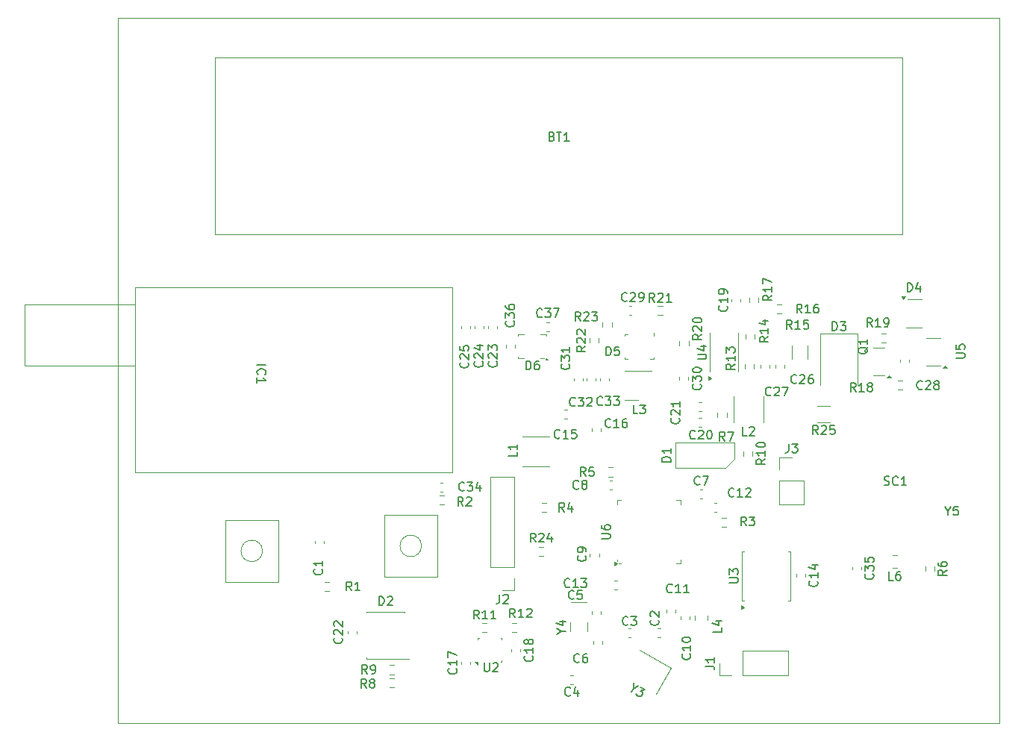
<source format=gbr>
%TF.GenerationSoftware,KiCad,Pcbnew,9.0.2*%
%TF.CreationDate,2025-09-24T23:37:42+05:00*%
%TF.ProjectId,Diplom,4469706c-6f6d-42e6-9b69-6361645f7063,rev?*%
%TF.SameCoordinates,Original*%
%TF.FileFunction,Legend,Top*%
%TF.FilePolarity,Positive*%
%FSLAX46Y46*%
G04 Gerber Fmt 4.6, Leading zero omitted, Abs format (unit mm)*
G04 Created by KiCad (PCBNEW 9.0.2) date 2025-09-24 23:37:42*
%MOMM*%
%LPD*%
G01*
G04 APERTURE LIST*
%ADD10C,0.150000*%
%ADD11C,0.200000*%
%ADD12C,0.120000*%
%ADD13C,0.100000*%
%TA.AperFunction,Profile*%
%ADD14C,0.050000*%
%TD*%
G04 APERTURE END LIST*
D10*
X96261905Y-65904819D02*
X96261905Y-64904819D01*
X96261905Y-64904819D02*
X96500000Y-64904819D01*
X96500000Y-64904819D02*
X96642857Y-64952438D01*
X96642857Y-64952438D02*
X96738095Y-65047676D01*
X96738095Y-65047676D02*
X96785714Y-65142914D01*
X96785714Y-65142914D02*
X96833333Y-65333390D01*
X96833333Y-65333390D02*
X96833333Y-65476247D01*
X96833333Y-65476247D02*
X96785714Y-65666723D01*
X96785714Y-65666723D02*
X96738095Y-65761961D01*
X96738095Y-65761961D02*
X96642857Y-65857200D01*
X96642857Y-65857200D02*
X96500000Y-65904819D01*
X96500000Y-65904819D02*
X96261905Y-65904819D01*
X97690476Y-64904819D02*
X97500000Y-64904819D01*
X97500000Y-64904819D02*
X97404762Y-64952438D01*
X97404762Y-64952438D02*
X97357143Y-65000057D01*
X97357143Y-65000057D02*
X97261905Y-65142914D01*
X97261905Y-65142914D02*
X97214286Y-65333390D01*
X97214286Y-65333390D02*
X97214286Y-65714342D01*
X97214286Y-65714342D02*
X97261905Y-65809580D01*
X97261905Y-65809580D02*
X97309524Y-65857200D01*
X97309524Y-65857200D02*
X97404762Y-65904819D01*
X97404762Y-65904819D02*
X97595238Y-65904819D01*
X97595238Y-65904819D02*
X97690476Y-65857200D01*
X97690476Y-65857200D02*
X97738095Y-65809580D01*
X97738095Y-65809580D02*
X97785714Y-65714342D01*
X97785714Y-65714342D02*
X97785714Y-65476247D01*
X97785714Y-65476247D02*
X97738095Y-65381009D01*
X97738095Y-65381009D02*
X97690476Y-65333390D01*
X97690476Y-65333390D02*
X97595238Y-65285771D01*
X97595238Y-65285771D02*
X97404762Y-65285771D01*
X97404762Y-65285771D02*
X97309524Y-65333390D01*
X97309524Y-65333390D02*
X97261905Y-65381009D01*
X97261905Y-65381009D02*
X97214286Y-65476247D01*
X98107142Y-59859580D02*
X98059523Y-59907200D01*
X98059523Y-59907200D02*
X97916666Y-59954819D01*
X97916666Y-59954819D02*
X97821428Y-59954819D01*
X97821428Y-59954819D02*
X97678571Y-59907200D01*
X97678571Y-59907200D02*
X97583333Y-59811961D01*
X97583333Y-59811961D02*
X97535714Y-59716723D01*
X97535714Y-59716723D02*
X97488095Y-59526247D01*
X97488095Y-59526247D02*
X97488095Y-59383390D01*
X97488095Y-59383390D02*
X97535714Y-59192914D01*
X97535714Y-59192914D02*
X97583333Y-59097676D01*
X97583333Y-59097676D02*
X97678571Y-59002438D01*
X97678571Y-59002438D02*
X97821428Y-58954819D01*
X97821428Y-58954819D02*
X97916666Y-58954819D01*
X97916666Y-58954819D02*
X98059523Y-59002438D01*
X98059523Y-59002438D02*
X98107142Y-59050057D01*
X98440476Y-58954819D02*
X99059523Y-58954819D01*
X99059523Y-58954819D02*
X98726190Y-59335771D01*
X98726190Y-59335771D02*
X98869047Y-59335771D01*
X98869047Y-59335771D02*
X98964285Y-59383390D01*
X98964285Y-59383390D02*
X99011904Y-59431009D01*
X99011904Y-59431009D02*
X99059523Y-59526247D01*
X99059523Y-59526247D02*
X99059523Y-59764342D01*
X99059523Y-59764342D02*
X99011904Y-59859580D01*
X99011904Y-59859580D02*
X98964285Y-59907200D01*
X98964285Y-59907200D02*
X98869047Y-59954819D01*
X98869047Y-59954819D02*
X98583333Y-59954819D01*
X98583333Y-59954819D02*
X98488095Y-59907200D01*
X98488095Y-59907200D02*
X98440476Y-59859580D01*
X99392857Y-58954819D02*
X100059523Y-58954819D01*
X100059523Y-58954819D02*
X99630952Y-59954819D01*
X94859580Y-60392857D02*
X94907200Y-60440476D01*
X94907200Y-60440476D02*
X94954819Y-60583333D01*
X94954819Y-60583333D02*
X94954819Y-60678571D01*
X94954819Y-60678571D02*
X94907200Y-60821428D01*
X94907200Y-60821428D02*
X94811961Y-60916666D01*
X94811961Y-60916666D02*
X94716723Y-60964285D01*
X94716723Y-60964285D02*
X94526247Y-61011904D01*
X94526247Y-61011904D02*
X94383390Y-61011904D01*
X94383390Y-61011904D02*
X94192914Y-60964285D01*
X94192914Y-60964285D02*
X94097676Y-60916666D01*
X94097676Y-60916666D02*
X94002438Y-60821428D01*
X94002438Y-60821428D02*
X93954819Y-60678571D01*
X93954819Y-60678571D02*
X93954819Y-60583333D01*
X93954819Y-60583333D02*
X94002438Y-60440476D01*
X94002438Y-60440476D02*
X94050057Y-60392857D01*
X93954819Y-60059523D02*
X93954819Y-59440476D01*
X93954819Y-59440476D02*
X94335771Y-59773809D01*
X94335771Y-59773809D02*
X94335771Y-59630952D01*
X94335771Y-59630952D02*
X94383390Y-59535714D01*
X94383390Y-59535714D02*
X94431009Y-59488095D01*
X94431009Y-59488095D02*
X94526247Y-59440476D01*
X94526247Y-59440476D02*
X94764342Y-59440476D01*
X94764342Y-59440476D02*
X94859580Y-59488095D01*
X94859580Y-59488095D02*
X94907200Y-59535714D01*
X94907200Y-59535714D02*
X94954819Y-59630952D01*
X94954819Y-59630952D02*
X94954819Y-59916666D01*
X94954819Y-59916666D02*
X94907200Y-60011904D01*
X94907200Y-60011904D02*
X94859580Y-60059523D01*
X93954819Y-58583333D02*
X93954819Y-58773809D01*
X93954819Y-58773809D02*
X94002438Y-58869047D01*
X94002438Y-58869047D02*
X94050057Y-58916666D01*
X94050057Y-58916666D02*
X94192914Y-59011904D01*
X94192914Y-59011904D02*
X94383390Y-59059523D01*
X94383390Y-59059523D02*
X94764342Y-59059523D01*
X94764342Y-59059523D02*
X94859580Y-59011904D01*
X94859580Y-59011904D02*
X94907200Y-58964285D01*
X94907200Y-58964285D02*
X94954819Y-58869047D01*
X94954819Y-58869047D02*
X94954819Y-58678571D01*
X94954819Y-58678571D02*
X94907200Y-58583333D01*
X94907200Y-58583333D02*
X94859580Y-58535714D01*
X94859580Y-58535714D02*
X94764342Y-58488095D01*
X94764342Y-58488095D02*
X94526247Y-58488095D01*
X94526247Y-58488095D02*
X94431009Y-58535714D01*
X94431009Y-58535714D02*
X94383390Y-58583333D01*
X94383390Y-58583333D02*
X94335771Y-58678571D01*
X94335771Y-58678571D02*
X94335771Y-58869047D01*
X94335771Y-58869047D02*
X94383390Y-58964285D01*
X94383390Y-58964285D02*
X94431009Y-59011904D01*
X94431009Y-59011904D02*
X94526247Y-59059523D01*
X99214285Y-39431009D02*
X99357142Y-39478628D01*
X99357142Y-39478628D02*
X99404761Y-39526247D01*
X99404761Y-39526247D02*
X99452380Y-39621485D01*
X99452380Y-39621485D02*
X99452380Y-39764342D01*
X99452380Y-39764342D02*
X99404761Y-39859580D01*
X99404761Y-39859580D02*
X99357142Y-39907200D01*
X99357142Y-39907200D02*
X99261904Y-39954819D01*
X99261904Y-39954819D02*
X98880952Y-39954819D01*
X98880952Y-39954819D02*
X98880952Y-38954819D01*
X98880952Y-38954819D02*
X99214285Y-38954819D01*
X99214285Y-38954819D02*
X99309523Y-39002438D01*
X99309523Y-39002438D02*
X99357142Y-39050057D01*
X99357142Y-39050057D02*
X99404761Y-39145295D01*
X99404761Y-39145295D02*
X99404761Y-39240533D01*
X99404761Y-39240533D02*
X99357142Y-39335771D01*
X99357142Y-39335771D02*
X99309523Y-39383390D01*
X99309523Y-39383390D02*
X99214285Y-39431009D01*
X99214285Y-39431009D02*
X98880952Y-39431009D01*
X99738095Y-38954819D02*
X100309523Y-38954819D01*
X100023809Y-39954819D02*
X100023809Y-38954819D01*
X101166666Y-39954819D02*
X100595238Y-39954819D01*
X100880952Y-39954819D02*
X100880952Y-38954819D01*
X100880952Y-38954819D02*
X100785714Y-39097676D01*
X100785714Y-39097676D02*
X100690476Y-39192914D01*
X100690476Y-39192914D02*
X100595238Y-39240533D01*
X145054819Y-64591904D02*
X145864342Y-64591904D01*
X145864342Y-64591904D02*
X145959580Y-64544285D01*
X145959580Y-64544285D02*
X146007200Y-64496666D01*
X146007200Y-64496666D02*
X146054819Y-64401428D01*
X146054819Y-64401428D02*
X146054819Y-64210952D01*
X146054819Y-64210952D02*
X146007200Y-64115714D01*
X146007200Y-64115714D02*
X145959580Y-64068095D01*
X145959580Y-64068095D02*
X145864342Y-64020476D01*
X145864342Y-64020476D02*
X145054819Y-64020476D01*
X145054819Y-63068095D02*
X145054819Y-63544285D01*
X145054819Y-63544285D02*
X145531009Y-63591904D01*
X145531009Y-63591904D02*
X145483390Y-63544285D01*
X145483390Y-63544285D02*
X145435771Y-63449047D01*
X145435771Y-63449047D02*
X145435771Y-63210952D01*
X145435771Y-63210952D02*
X145483390Y-63115714D01*
X145483390Y-63115714D02*
X145531009Y-63068095D01*
X145531009Y-63068095D02*
X145626247Y-63020476D01*
X145626247Y-63020476D02*
X145864342Y-63020476D01*
X145864342Y-63020476D02*
X145959580Y-63068095D01*
X145959580Y-63068095D02*
X146007200Y-63115714D01*
X146007200Y-63115714D02*
X146054819Y-63210952D01*
X146054819Y-63210952D02*
X146054819Y-63449047D01*
X146054819Y-63449047D02*
X146007200Y-63544285D01*
X146007200Y-63544285D02*
X145959580Y-63591904D01*
X135537142Y-61044819D02*
X135203809Y-60568628D01*
X134965714Y-61044819D02*
X134965714Y-60044819D01*
X134965714Y-60044819D02*
X135346666Y-60044819D01*
X135346666Y-60044819D02*
X135441904Y-60092438D01*
X135441904Y-60092438D02*
X135489523Y-60140057D01*
X135489523Y-60140057D02*
X135537142Y-60235295D01*
X135537142Y-60235295D02*
X135537142Y-60378152D01*
X135537142Y-60378152D02*
X135489523Y-60473390D01*
X135489523Y-60473390D02*
X135441904Y-60521009D01*
X135441904Y-60521009D02*
X135346666Y-60568628D01*
X135346666Y-60568628D02*
X134965714Y-60568628D01*
X136489523Y-61044819D02*
X135918095Y-61044819D01*
X136203809Y-61044819D02*
X136203809Y-60044819D01*
X136203809Y-60044819D02*
X136108571Y-60187676D01*
X136108571Y-60187676D02*
X136013333Y-60282914D01*
X136013333Y-60282914D02*
X135918095Y-60330533D01*
X136965714Y-61044819D02*
X137156190Y-61044819D01*
X137156190Y-61044819D02*
X137251428Y-60997200D01*
X137251428Y-60997200D02*
X137299047Y-60949580D01*
X137299047Y-60949580D02*
X137394285Y-60806723D01*
X137394285Y-60806723D02*
X137441904Y-60616247D01*
X137441904Y-60616247D02*
X137441904Y-60235295D01*
X137441904Y-60235295D02*
X137394285Y-60140057D01*
X137394285Y-60140057D02*
X137346666Y-60092438D01*
X137346666Y-60092438D02*
X137251428Y-60044819D01*
X137251428Y-60044819D02*
X137060952Y-60044819D01*
X137060952Y-60044819D02*
X136965714Y-60092438D01*
X136965714Y-60092438D02*
X136918095Y-60140057D01*
X136918095Y-60140057D02*
X136870476Y-60235295D01*
X136870476Y-60235295D02*
X136870476Y-60473390D01*
X136870476Y-60473390D02*
X136918095Y-60568628D01*
X136918095Y-60568628D02*
X136965714Y-60616247D01*
X136965714Y-60616247D02*
X137060952Y-60663866D01*
X137060952Y-60663866D02*
X137251428Y-60663866D01*
X137251428Y-60663866D02*
X137346666Y-60616247D01*
X137346666Y-60616247D02*
X137394285Y-60568628D01*
X137394285Y-60568628D02*
X137441904Y-60473390D01*
X141227142Y-68059581D02*
X141179523Y-68107201D01*
X141179523Y-68107201D02*
X141036666Y-68154820D01*
X141036666Y-68154820D02*
X140941428Y-68154820D01*
X140941428Y-68154820D02*
X140798571Y-68107201D01*
X140798571Y-68107201D02*
X140703333Y-68011962D01*
X140703333Y-68011962D02*
X140655714Y-67916724D01*
X140655714Y-67916724D02*
X140608095Y-67726248D01*
X140608095Y-67726248D02*
X140608095Y-67583391D01*
X140608095Y-67583391D02*
X140655714Y-67392915D01*
X140655714Y-67392915D02*
X140703333Y-67297677D01*
X140703333Y-67297677D02*
X140798571Y-67202439D01*
X140798571Y-67202439D02*
X140941428Y-67154820D01*
X140941428Y-67154820D02*
X141036666Y-67154820D01*
X141036666Y-67154820D02*
X141179523Y-67202439D01*
X141179523Y-67202439D02*
X141227142Y-67250058D01*
X141608095Y-67250058D02*
X141655714Y-67202439D01*
X141655714Y-67202439D02*
X141750952Y-67154820D01*
X141750952Y-67154820D02*
X141989047Y-67154820D01*
X141989047Y-67154820D02*
X142084285Y-67202439D01*
X142084285Y-67202439D02*
X142131904Y-67250058D01*
X142131904Y-67250058D02*
X142179523Y-67345296D01*
X142179523Y-67345296D02*
X142179523Y-67440534D01*
X142179523Y-67440534D02*
X142131904Y-67583391D01*
X142131904Y-67583391D02*
X141560476Y-68154820D01*
X141560476Y-68154820D02*
X142179523Y-68154820D01*
X142750952Y-67583391D02*
X142655714Y-67535772D01*
X142655714Y-67535772D02*
X142608095Y-67488153D01*
X142608095Y-67488153D02*
X142560476Y-67392915D01*
X142560476Y-67392915D02*
X142560476Y-67345296D01*
X142560476Y-67345296D02*
X142608095Y-67250058D01*
X142608095Y-67250058D02*
X142655714Y-67202439D01*
X142655714Y-67202439D02*
X142750952Y-67154820D01*
X142750952Y-67154820D02*
X142941428Y-67154820D01*
X142941428Y-67154820D02*
X143036666Y-67202439D01*
X143036666Y-67202439D02*
X143084285Y-67250058D01*
X143084285Y-67250058D02*
X143131904Y-67345296D01*
X143131904Y-67345296D02*
X143131904Y-67392915D01*
X143131904Y-67392915D02*
X143084285Y-67488153D01*
X143084285Y-67488153D02*
X143036666Y-67535772D01*
X143036666Y-67535772D02*
X142941428Y-67583391D01*
X142941428Y-67583391D02*
X142750952Y-67583391D01*
X142750952Y-67583391D02*
X142655714Y-67631010D01*
X142655714Y-67631010D02*
X142608095Y-67678629D01*
X142608095Y-67678629D02*
X142560476Y-67773867D01*
X142560476Y-67773867D02*
X142560476Y-67964343D01*
X142560476Y-67964343D02*
X142608095Y-68059581D01*
X142608095Y-68059581D02*
X142655714Y-68107201D01*
X142655714Y-68107201D02*
X142750952Y-68154820D01*
X142750952Y-68154820D02*
X142941428Y-68154820D01*
X142941428Y-68154820D02*
X143036666Y-68107201D01*
X143036666Y-68107201D02*
X143084285Y-68059581D01*
X143084285Y-68059581D02*
X143131904Y-67964343D01*
X143131904Y-67964343D02*
X143131904Y-67773867D01*
X143131904Y-67773867D02*
X143084285Y-67678629D01*
X143084285Y-67678629D02*
X143036666Y-67631010D01*
X143036666Y-67631010D02*
X142941428Y-67583391D01*
X133677141Y-68404820D02*
X133343808Y-67928629D01*
X133105713Y-68404820D02*
X133105713Y-67404820D01*
X133105713Y-67404820D02*
X133486665Y-67404820D01*
X133486665Y-67404820D02*
X133581903Y-67452439D01*
X133581903Y-67452439D02*
X133629522Y-67500058D01*
X133629522Y-67500058D02*
X133677141Y-67595296D01*
X133677141Y-67595296D02*
X133677141Y-67738153D01*
X133677141Y-67738153D02*
X133629522Y-67833391D01*
X133629522Y-67833391D02*
X133581903Y-67881010D01*
X133581903Y-67881010D02*
X133486665Y-67928629D01*
X133486665Y-67928629D02*
X133105713Y-67928629D01*
X134629522Y-68404820D02*
X134058094Y-68404820D01*
X134343808Y-68404820D02*
X134343808Y-67404820D01*
X134343808Y-67404820D02*
X134248570Y-67547677D01*
X134248570Y-67547677D02*
X134153332Y-67642915D01*
X134153332Y-67642915D02*
X134058094Y-67690534D01*
X135200951Y-67833391D02*
X135105713Y-67785772D01*
X135105713Y-67785772D02*
X135058094Y-67738153D01*
X135058094Y-67738153D02*
X135010475Y-67642915D01*
X135010475Y-67642915D02*
X135010475Y-67595296D01*
X135010475Y-67595296D02*
X135058094Y-67500058D01*
X135058094Y-67500058D02*
X135105713Y-67452439D01*
X135105713Y-67452439D02*
X135200951Y-67404820D01*
X135200951Y-67404820D02*
X135391427Y-67404820D01*
X135391427Y-67404820D02*
X135486665Y-67452439D01*
X135486665Y-67452439D02*
X135534284Y-67500058D01*
X135534284Y-67500058D02*
X135581903Y-67595296D01*
X135581903Y-67595296D02*
X135581903Y-67642915D01*
X135581903Y-67642915D02*
X135534284Y-67738153D01*
X135534284Y-67738153D02*
X135486665Y-67785772D01*
X135486665Y-67785772D02*
X135391427Y-67833391D01*
X135391427Y-67833391D02*
X135200951Y-67833391D01*
X135200951Y-67833391D02*
X135105713Y-67881010D01*
X135105713Y-67881010D02*
X135058094Y-67928629D01*
X135058094Y-67928629D02*
X135010475Y-68023867D01*
X135010475Y-68023867D02*
X135010475Y-68214343D01*
X135010475Y-68214343D02*
X135058094Y-68309581D01*
X135058094Y-68309581D02*
X135105713Y-68357201D01*
X135105713Y-68357201D02*
X135200951Y-68404820D01*
X135200951Y-68404820D02*
X135391427Y-68404820D01*
X135391427Y-68404820D02*
X135486665Y-68357201D01*
X135486665Y-68357201D02*
X135534284Y-68309581D01*
X135534284Y-68309581D02*
X135581903Y-68214343D01*
X135581903Y-68214343D02*
X135581903Y-68023867D01*
X135581903Y-68023867D02*
X135534284Y-67928629D01*
X135534284Y-67928629D02*
X135486665Y-67881010D01*
X135486665Y-67881010D02*
X135391427Y-67833391D01*
X139541905Y-57044819D02*
X139541905Y-56044819D01*
X139541905Y-56044819D02*
X139780000Y-56044819D01*
X139780000Y-56044819D02*
X139922857Y-56092438D01*
X139922857Y-56092438D02*
X140018095Y-56187676D01*
X140018095Y-56187676D02*
X140065714Y-56282914D01*
X140065714Y-56282914D02*
X140113333Y-56473390D01*
X140113333Y-56473390D02*
X140113333Y-56616247D01*
X140113333Y-56616247D02*
X140065714Y-56806723D01*
X140065714Y-56806723D02*
X140018095Y-56901961D01*
X140018095Y-56901961D02*
X139922857Y-56997200D01*
X139922857Y-56997200D02*
X139780000Y-57044819D01*
X139780000Y-57044819D02*
X139541905Y-57044819D01*
X140970476Y-56378152D02*
X140970476Y-57044819D01*
X140732381Y-55997200D02*
X140494286Y-56711485D01*
X140494286Y-56711485D02*
X141113333Y-56711485D01*
X135050057Y-63345238D02*
X135002438Y-63440476D01*
X135002438Y-63440476D02*
X134907200Y-63535714D01*
X134907200Y-63535714D02*
X134764342Y-63678571D01*
X134764342Y-63678571D02*
X134716723Y-63773809D01*
X134716723Y-63773809D02*
X134716723Y-63869047D01*
X134954819Y-63821428D02*
X134907200Y-63916666D01*
X134907200Y-63916666D02*
X134811961Y-64011904D01*
X134811961Y-64011904D02*
X134621485Y-64059523D01*
X134621485Y-64059523D02*
X134288152Y-64059523D01*
X134288152Y-64059523D02*
X134097676Y-64011904D01*
X134097676Y-64011904D02*
X134002438Y-63916666D01*
X134002438Y-63916666D02*
X133954819Y-63821428D01*
X133954819Y-63821428D02*
X133954819Y-63630952D01*
X133954819Y-63630952D02*
X134002438Y-63535714D01*
X134002438Y-63535714D02*
X134097676Y-63440476D01*
X134097676Y-63440476D02*
X134288152Y-63392857D01*
X134288152Y-63392857D02*
X134621485Y-63392857D01*
X134621485Y-63392857D02*
X134811961Y-63440476D01*
X134811961Y-63440476D02*
X134907200Y-63535714D01*
X134907200Y-63535714D02*
X134954819Y-63630952D01*
X134954819Y-63630952D02*
X134954819Y-63821428D01*
X134954819Y-62440476D02*
X134954819Y-63011904D01*
X134954819Y-62726190D02*
X133954819Y-62726190D01*
X133954819Y-62726190D02*
X134097676Y-62821428D01*
X134097676Y-62821428D02*
X134192914Y-62916666D01*
X134192914Y-62916666D02*
X134240533Y-63011904D01*
X73099580Y-88546666D02*
X73147200Y-88594285D01*
X73147200Y-88594285D02*
X73194819Y-88737142D01*
X73194819Y-88737142D02*
X73194819Y-88832380D01*
X73194819Y-88832380D02*
X73147200Y-88975237D01*
X73147200Y-88975237D02*
X73051961Y-89070475D01*
X73051961Y-89070475D02*
X72956723Y-89118094D01*
X72956723Y-89118094D02*
X72766247Y-89165713D01*
X72766247Y-89165713D02*
X72623390Y-89165713D01*
X72623390Y-89165713D02*
X72432914Y-89118094D01*
X72432914Y-89118094D02*
X72337676Y-89070475D01*
X72337676Y-89070475D02*
X72242438Y-88975237D01*
X72242438Y-88975237D02*
X72194819Y-88832380D01*
X72194819Y-88832380D02*
X72194819Y-88737142D01*
X72194819Y-88737142D02*
X72242438Y-88594285D01*
X72242438Y-88594285D02*
X72290057Y-88546666D01*
X73194819Y-87594285D02*
X73194819Y-88165713D01*
X73194819Y-87879999D02*
X72194819Y-87879999D01*
X72194819Y-87879999D02*
X72337676Y-87975237D01*
X72337676Y-87975237D02*
X72432914Y-88070475D01*
X72432914Y-88070475D02*
X72480533Y-88165713D01*
X108473292Y-102065160D02*
X108235197Y-102477553D01*
X108446522Y-101444861D02*
X108473292Y-102065160D01*
X108473292Y-102065160D02*
X109023872Y-101778194D01*
X109230069Y-101897242D02*
X109766180Y-102206766D01*
X109766180Y-102206766D02*
X109287028Y-102370014D01*
X109287028Y-102370014D02*
X109410746Y-102441442D01*
X109410746Y-102441442D02*
X109469415Y-102530301D01*
X109469415Y-102530301D02*
X109486845Y-102595349D01*
X109486845Y-102595349D02*
X109480465Y-102701637D01*
X109480465Y-102701637D02*
X109361418Y-102907834D01*
X109361418Y-102907834D02*
X109272559Y-102966503D01*
X109272559Y-102966503D02*
X109207511Y-102983933D01*
X109207511Y-102983933D02*
X109101222Y-102977553D01*
X109101222Y-102977553D02*
X108853787Y-102834696D01*
X108853787Y-102834696D02*
X108795117Y-102745838D01*
X108795117Y-102745838D02*
X108777688Y-102680789D01*
X97357142Y-85454819D02*
X97023809Y-84978628D01*
X96785714Y-85454819D02*
X96785714Y-84454819D01*
X96785714Y-84454819D02*
X97166666Y-84454819D01*
X97166666Y-84454819D02*
X97261904Y-84502438D01*
X97261904Y-84502438D02*
X97309523Y-84550057D01*
X97309523Y-84550057D02*
X97357142Y-84645295D01*
X97357142Y-84645295D02*
X97357142Y-84788152D01*
X97357142Y-84788152D02*
X97309523Y-84883390D01*
X97309523Y-84883390D02*
X97261904Y-84931009D01*
X97261904Y-84931009D02*
X97166666Y-84978628D01*
X97166666Y-84978628D02*
X96785714Y-84978628D01*
X97738095Y-84550057D02*
X97785714Y-84502438D01*
X97785714Y-84502438D02*
X97880952Y-84454819D01*
X97880952Y-84454819D02*
X98119047Y-84454819D01*
X98119047Y-84454819D02*
X98214285Y-84502438D01*
X98214285Y-84502438D02*
X98261904Y-84550057D01*
X98261904Y-84550057D02*
X98309523Y-84645295D01*
X98309523Y-84645295D02*
X98309523Y-84740533D01*
X98309523Y-84740533D02*
X98261904Y-84883390D01*
X98261904Y-84883390D02*
X97690476Y-85454819D01*
X97690476Y-85454819D02*
X98309523Y-85454819D01*
X99166666Y-84788152D02*
X99166666Y-85454819D01*
X98928571Y-84407200D02*
X98690476Y-85121485D01*
X98690476Y-85121485D02*
X99309523Y-85121485D01*
X101227142Y-90499580D02*
X101179523Y-90547200D01*
X101179523Y-90547200D02*
X101036666Y-90594819D01*
X101036666Y-90594819D02*
X100941428Y-90594819D01*
X100941428Y-90594819D02*
X100798571Y-90547200D01*
X100798571Y-90547200D02*
X100703333Y-90451961D01*
X100703333Y-90451961D02*
X100655714Y-90356723D01*
X100655714Y-90356723D02*
X100608095Y-90166247D01*
X100608095Y-90166247D02*
X100608095Y-90023390D01*
X100608095Y-90023390D02*
X100655714Y-89832914D01*
X100655714Y-89832914D02*
X100703333Y-89737676D01*
X100703333Y-89737676D02*
X100798571Y-89642438D01*
X100798571Y-89642438D02*
X100941428Y-89594819D01*
X100941428Y-89594819D02*
X101036666Y-89594819D01*
X101036666Y-89594819D02*
X101179523Y-89642438D01*
X101179523Y-89642438D02*
X101227142Y-89690057D01*
X102179523Y-90594819D02*
X101608095Y-90594819D01*
X101893809Y-90594819D02*
X101893809Y-89594819D01*
X101893809Y-89594819D02*
X101798571Y-89737676D01*
X101798571Y-89737676D02*
X101703333Y-89832914D01*
X101703333Y-89832914D02*
X101608095Y-89880533D01*
X102512857Y-89594819D02*
X103131904Y-89594819D01*
X103131904Y-89594819D02*
X102798571Y-89975771D01*
X102798571Y-89975771D02*
X102941428Y-89975771D01*
X102941428Y-89975771D02*
X103036666Y-90023390D01*
X103036666Y-90023390D02*
X103084285Y-90071009D01*
X103084285Y-90071009D02*
X103131904Y-90166247D01*
X103131904Y-90166247D02*
X103131904Y-90404342D01*
X103131904Y-90404342D02*
X103084285Y-90499580D01*
X103084285Y-90499580D02*
X103036666Y-90547200D01*
X103036666Y-90547200D02*
X102941428Y-90594819D01*
X102941428Y-90594819D02*
X102655714Y-90594819D01*
X102655714Y-90594819D02*
X102560476Y-90547200D01*
X102560476Y-90547200D02*
X102512857Y-90499580D01*
X116634820Y-99533333D02*
X117349105Y-99533333D01*
X117349105Y-99533333D02*
X117491962Y-99580952D01*
X117491962Y-99580952D02*
X117587201Y-99676190D01*
X117587201Y-99676190D02*
X117634820Y-99819047D01*
X117634820Y-99819047D02*
X117634820Y-99914285D01*
X117634820Y-98533333D02*
X117634820Y-99104761D01*
X117634820Y-98819047D02*
X116634820Y-98819047D01*
X116634820Y-98819047D02*
X116777677Y-98914285D01*
X116777677Y-98914285D02*
X116872915Y-99009523D01*
X116872915Y-99009523D02*
X116920534Y-99104761D01*
X137942881Y-89786591D02*
X137466691Y-89786591D01*
X137466691Y-89786591D02*
X137466691Y-88786591D01*
X138704786Y-88786591D02*
X138514310Y-88786591D01*
X138514310Y-88786591D02*
X138419072Y-88834210D01*
X138419072Y-88834210D02*
X138371453Y-88881829D01*
X138371453Y-88881829D02*
X138276215Y-89024686D01*
X138276215Y-89024686D02*
X138228596Y-89215162D01*
X138228596Y-89215162D02*
X138228596Y-89596114D01*
X138228596Y-89596114D02*
X138276215Y-89691352D01*
X138276215Y-89691352D02*
X138323834Y-89738972D01*
X138323834Y-89738972D02*
X138419072Y-89786591D01*
X138419072Y-89786591D02*
X138609548Y-89786591D01*
X138609548Y-89786591D02*
X138704786Y-89738972D01*
X138704786Y-89738972D02*
X138752405Y-89691352D01*
X138752405Y-89691352D02*
X138800024Y-89596114D01*
X138800024Y-89596114D02*
X138800024Y-89358019D01*
X138800024Y-89358019D02*
X138752405Y-89262781D01*
X138752405Y-89262781D02*
X138704786Y-89215162D01*
X138704786Y-89215162D02*
X138609548Y-89167543D01*
X138609548Y-89167543D02*
X138419072Y-89167543D01*
X138419072Y-89167543D02*
X138323834Y-89215162D01*
X138323834Y-89215162D02*
X138276215Y-89262781D01*
X138276215Y-89262781D02*
X138228596Y-89358019D01*
X95234819Y-75246666D02*
X95234819Y-75722856D01*
X95234819Y-75722856D02*
X94234819Y-75722856D01*
X95234819Y-74389523D02*
X95234819Y-74960951D01*
X95234819Y-74675237D02*
X94234819Y-74675237D01*
X94234819Y-74675237D02*
X94377676Y-74770475D01*
X94377676Y-74770475D02*
X94472914Y-74865713D01*
X94472914Y-74865713D02*
X94520533Y-74960951D01*
X92903580Y-64972857D02*
X92951200Y-65020476D01*
X92951200Y-65020476D02*
X92998819Y-65163333D01*
X92998819Y-65163333D02*
X92998819Y-65258571D01*
X92998819Y-65258571D02*
X92951200Y-65401428D01*
X92951200Y-65401428D02*
X92855961Y-65496666D01*
X92855961Y-65496666D02*
X92760723Y-65544285D01*
X92760723Y-65544285D02*
X92570247Y-65591904D01*
X92570247Y-65591904D02*
X92427390Y-65591904D01*
X92427390Y-65591904D02*
X92236914Y-65544285D01*
X92236914Y-65544285D02*
X92141676Y-65496666D01*
X92141676Y-65496666D02*
X92046438Y-65401428D01*
X92046438Y-65401428D02*
X91998819Y-65258571D01*
X91998819Y-65258571D02*
X91998819Y-65163333D01*
X91998819Y-65163333D02*
X92046438Y-65020476D01*
X92046438Y-65020476D02*
X92094057Y-64972857D01*
X92094057Y-64591904D02*
X92046438Y-64544285D01*
X92046438Y-64544285D02*
X91998819Y-64449047D01*
X91998819Y-64449047D02*
X91998819Y-64210952D01*
X91998819Y-64210952D02*
X92046438Y-64115714D01*
X92046438Y-64115714D02*
X92094057Y-64068095D01*
X92094057Y-64068095D02*
X92189295Y-64020476D01*
X92189295Y-64020476D02*
X92284533Y-64020476D01*
X92284533Y-64020476D02*
X92427390Y-64068095D01*
X92427390Y-64068095D02*
X92998819Y-64639523D01*
X92998819Y-64639523D02*
X92998819Y-64020476D01*
X91998819Y-63687142D02*
X91998819Y-63068095D01*
X91998819Y-63068095D02*
X92379771Y-63401428D01*
X92379771Y-63401428D02*
X92379771Y-63258571D01*
X92379771Y-63258571D02*
X92427390Y-63163333D01*
X92427390Y-63163333D02*
X92475009Y-63115714D01*
X92475009Y-63115714D02*
X92570247Y-63068095D01*
X92570247Y-63068095D02*
X92808342Y-63068095D01*
X92808342Y-63068095D02*
X92903580Y-63115714D01*
X92903580Y-63115714D02*
X92951200Y-63163333D01*
X92951200Y-63163333D02*
X92998819Y-63258571D01*
X92998819Y-63258571D02*
X92998819Y-63544285D01*
X92998819Y-63544285D02*
X92951200Y-63639523D01*
X92951200Y-63639523D02*
X92903580Y-63687142D01*
X95027142Y-94004819D02*
X94693809Y-93528628D01*
X94455714Y-94004819D02*
X94455714Y-93004819D01*
X94455714Y-93004819D02*
X94836666Y-93004819D01*
X94836666Y-93004819D02*
X94931904Y-93052438D01*
X94931904Y-93052438D02*
X94979523Y-93100057D01*
X94979523Y-93100057D02*
X95027142Y-93195295D01*
X95027142Y-93195295D02*
X95027142Y-93338152D01*
X95027142Y-93338152D02*
X94979523Y-93433390D01*
X94979523Y-93433390D02*
X94931904Y-93481009D01*
X94931904Y-93481009D02*
X94836666Y-93528628D01*
X94836666Y-93528628D02*
X94455714Y-93528628D01*
X95979523Y-94004819D02*
X95408095Y-94004819D01*
X95693809Y-94004819D02*
X95693809Y-93004819D01*
X95693809Y-93004819D02*
X95598571Y-93147676D01*
X95598571Y-93147676D02*
X95503333Y-93242914D01*
X95503333Y-93242914D02*
X95408095Y-93290533D01*
X96360476Y-93100057D02*
X96408095Y-93052438D01*
X96408095Y-93052438D02*
X96503333Y-93004819D01*
X96503333Y-93004819D02*
X96741428Y-93004819D01*
X96741428Y-93004819D02*
X96836666Y-93052438D01*
X96836666Y-93052438D02*
X96884285Y-93100057D01*
X96884285Y-93100057D02*
X96931904Y-93195295D01*
X96931904Y-93195295D02*
X96931904Y-93290533D01*
X96931904Y-93290533D02*
X96884285Y-93433390D01*
X96884285Y-93433390D02*
X96312857Y-94004819D01*
X96312857Y-94004819D02*
X96931904Y-94004819D01*
X102233333Y-79359580D02*
X102185714Y-79407200D01*
X102185714Y-79407200D02*
X102042857Y-79454819D01*
X102042857Y-79454819D02*
X101947619Y-79454819D01*
X101947619Y-79454819D02*
X101804762Y-79407200D01*
X101804762Y-79407200D02*
X101709524Y-79311961D01*
X101709524Y-79311961D02*
X101661905Y-79216723D01*
X101661905Y-79216723D02*
X101614286Y-79026247D01*
X101614286Y-79026247D02*
X101614286Y-78883390D01*
X101614286Y-78883390D02*
X101661905Y-78692914D01*
X101661905Y-78692914D02*
X101709524Y-78597676D01*
X101709524Y-78597676D02*
X101804762Y-78502438D01*
X101804762Y-78502438D02*
X101947619Y-78454819D01*
X101947619Y-78454819D02*
X102042857Y-78454819D01*
X102042857Y-78454819D02*
X102185714Y-78502438D01*
X102185714Y-78502438D02*
X102233333Y-78550057D01*
X102804762Y-78883390D02*
X102709524Y-78835771D01*
X102709524Y-78835771D02*
X102661905Y-78788152D01*
X102661905Y-78788152D02*
X102614286Y-78692914D01*
X102614286Y-78692914D02*
X102614286Y-78645295D01*
X102614286Y-78645295D02*
X102661905Y-78550057D01*
X102661905Y-78550057D02*
X102709524Y-78502438D01*
X102709524Y-78502438D02*
X102804762Y-78454819D01*
X102804762Y-78454819D02*
X102995238Y-78454819D01*
X102995238Y-78454819D02*
X103090476Y-78502438D01*
X103090476Y-78502438D02*
X103138095Y-78550057D01*
X103138095Y-78550057D02*
X103185714Y-78645295D01*
X103185714Y-78645295D02*
X103185714Y-78692914D01*
X103185714Y-78692914D02*
X103138095Y-78788152D01*
X103138095Y-78788152D02*
X103090476Y-78835771D01*
X103090476Y-78835771D02*
X102995238Y-78883390D01*
X102995238Y-78883390D02*
X102804762Y-78883390D01*
X102804762Y-78883390D02*
X102709524Y-78931009D01*
X102709524Y-78931009D02*
X102661905Y-78978628D01*
X102661905Y-78978628D02*
X102614286Y-79073866D01*
X102614286Y-79073866D02*
X102614286Y-79264342D01*
X102614286Y-79264342D02*
X102661905Y-79359580D01*
X102661905Y-79359580D02*
X102709524Y-79407200D01*
X102709524Y-79407200D02*
X102804762Y-79454819D01*
X102804762Y-79454819D02*
X102995238Y-79454819D01*
X102995238Y-79454819D02*
X103090476Y-79407200D01*
X103090476Y-79407200D02*
X103138095Y-79359580D01*
X103138095Y-79359580D02*
X103185714Y-79264342D01*
X103185714Y-79264342D02*
X103185714Y-79073866D01*
X103185714Y-79073866D02*
X103138095Y-78978628D01*
X103138095Y-78978628D02*
X103090476Y-78931009D01*
X103090476Y-78931009D02*
X102995238Y-78883390D01*
X107845835Y-94811280D02*
X107798216Y-94858900D01*
X107798216Y-94858900D02*
X107655359Y-94906519D01*
X107655359Y-94906519D02*
X107560121Y-94906519D01*
X107560121Y-94906519D02*
X107417264Y-94858900D01*
X107417264Y-94858900D02*
X107322026Y-94763661D01*
X107322026Y-94763661D02*
X107274407Y-94668423D01*
X107274407Y-94668423D02*
X107226788Y-94477947D01*
X107226788Y-94477947D02*
X107226788Y-94335090D01*
X107226788Y-94335090D02*
X107274407Y-94144614D01*
X107274407Y-94144614D02*
X107322026Y-94049376D01*
X107322026Y-94049376D02*
X107417264Y-93954138D01*
X107417264Y-93954138D02*
X107560121Y-93906519D01*
X107560121Y-93906519D02*
X107655359Y-93906519D01*
X107655359Y-93906519D02*
X107798216Y-93954138D01*
X107798216Y-93954138D02*
X107845835Y-94001757D01*
X108179169Y-93906519D02*
X108798216Y-93906519D01*
X108798216Y-93906519D02*
X108464883Y-94287471D01*
X108464883Y-94287471D02*
X108607740Y-94287471D01*
X108607740Y-94287471D02*
X108702978Y-94335090D01*
X108702978Y-94335090D02*
X108750597Y-94382709D01*
X108750597Y-94382709D02*
X108798216Y-94477947D01*
X108798216Y-94477947D02*
X108798216Y-94716042D01*
X108798216Y-94716042D02*
X108750597Y-94811280D01*
X108750597Y-94811280D02*
X108702978Y-94858900D01*
X108702978Y-94858900D02*
X108607740Y-94906519D01*
X108607740Y-94906519D02*
X108322026Y-94906519D01*
X108322026Y-94906519D02*
X108226788Y-94858900D01*
X108226788Y-94858900D02*
X108179169Y-94811280D01*
X100622533Y-82005619D02*
X100289200Y-81529428D01*
X100051105Y-82005619D02*
X100051105Y-81005619D01*
X100051105Y-81005619D02*
X100432057Y-81005619D01*
X100432057Y-81005619D02*
X100527295Y-81053238D01*
X100527295Y-81053238D02*
X100574914Y-81100857D01*
X100574914Y-81100857D02*
X100622533Y-81196095D01*
X100622533Y-81196095D02*
X100622533Y-81338952D01*
X100622533Y-81338952D02*
X100574914Y-81434190D01*
X100574914Y-81434190D02*
X100527295Y-81481809D01*
X100527295Y-81481809D02*
X100432057Y-81529428D01*
X100432057Y-81529428D02*
X100051105Y-81529428D01*
X101479676Y-81338952D02*
X101479676Y-82005619D01*
X101241581Y-80958000D02*
X101003486Y-81672285D01*
X101003486Y-81672285D02*
X101622533Y-81672285D01*
X115983333Y-78892080D02*
X115935714Y-78939700D01*
X115935714Y-78939700D02*
X115792857Y-78987319D01*
X115792857Y-78987319D02*
X115697619Y-78987319D01*
X115697619Y-78987319D02*
X115554762Y-78939700D01*
X115554762Y-78939700D02*
X115459524Y-78844461D01*
X115459524Y-78844461D02*
X115411905Y-78749223D01*
X115411905Y-78749223D02*
X115364286Y-78558747D01*
X115364286Y-78558747D02*
X115364286Y-78415890D01*
X115364286Y-78415890D02*
X115411905Y-78225414D01*
X115411905Y-78225414D02*
X115459524Y-78130176D01*
X115459524Y-78130176D02*
X115554762Y-78034938D01*
X115554762Y-78034938D02*
X115697619Y-77987319D01*
X115697619Y-77987319D02*
X115792857Y-77987319D01*
X115792857Y-77987319D02*
X115935714Y-78034938D01*
X115935714Y-78034938D02*
X115983333Y-78082557D01*
X116316667Y-77987319D02*
X116983333Y-77987319D01*
X116983333Y-77987319D02*
X116554762Y-78987319D01*
X126076666Y-74309819D02*
X126076666Y-75024104D01*
X126076666Y-75024104D02*
X126029047Y-75166961D01*
X126029047Y-75166961D02*
X125933809Y-75262200D01*
X125933809Y-75262200D02*
X125790952Y-75309819D01*
X125790952Y-75309819D02*
X125695714Y-75309819D01*
X126457619Y-74309819D02*
X127076666Y-74309819D01*
X127076666Y-74309819D02*
X126743333Y-74690771D01*
X126743333Y-74690771D02*
X126886190Y-74690771D01*
X126886190Y-74690771D02*
X126981428Y-74738390D01*
X126981428Y-74738390D02*
X127029047Y-74786009D01*
X127029047Y-74786009D02*
X127076666Y-74881247D01*
X127076666Y-74881247D02*
X127076666Y-75119342D01*
X127076666Y-75119342D02*
X127029047Y-75214580D01*
X127029047Y-75214580D02*
X126981428Y-75262200D01*
X126981428Y-75262200D02*
X126886190Y-75309819D01*
X126886190Y-75309819D02*
X126600476Y-75309819D01*
X126600476Y-75309819D02*
X126505238Y-75262200D01*
X126505238Y-75262200D02*
X126457619Y-75214580D01*
X91534495Y-99133619D02*
X91534495Y-99943142D01*
X91534495Y-99943142D02*
X91582114Y-100038380D01*
X91582114Y-100038380D02*
X91629733Y-100086000D01*
X91629733Y-100086000D02*
X91724971Y-100133619D01*
X91724971Y-100133619D02*
X91915447Y-100133619D01*
X91915447Y-100133619D02*
X92010685Y-100086000D01*
X92010685Y-100086000D02*
X92058304Y-100038380D01*
X92058304Y-100038380D02*
X92105923Y-99943142D01*
X92105923Y-99943142D02*
X92105923Y-99133619D01*
X92534495Y-99228857D02*
X92582114Y-99181238D01*
X92582114Y-99181238D02*
X92677352Y-99133619D01*
X92677352Y-99133619D02*
X92915447Y-99133619D01*
X92915447Y-99133619D02*
X93010685Y-99181238D01*
X93010685Y-99181238D02*
X93058304Y-99228857D01*
X93058304Y-99228857D02*
X93105923Y-99324095D01*
X93105923Y-99324095D02*
X93105923Y-99419333D01*
X93105923Y-99419333D02*
X93058304Y-99562190D01*
X93058304Y-99562190D02*
X92486876Y-100133619D01*
X92486876Y-100133619D02*
X93105923Y-100133619D01*
X104824819Y-85061904D02*
X105634342Y-85061904D01*
X105634342Y-85061904D02*
X105729580Y-85014285D01*
X105729580Y-85014285D02*
X105777200Y-84966666D01*
X105777200Y-84966666D02*
X105824819Y-84871428D01*
X105824819Y-84871428D02*
X105824819Y-84680952D01*
X105824819Y-84680952D02*
X105777200Y-84585714D01*
X105777200Y-84585714D02*
X105729580Y-84538095D01*
X105729580Y-84538095D02*
X105634342Y-84490476D01*
X105634342Y-84490476D02*
X104824819Y-84490476D01*
X104824819Y-83585714D02*
X104824819Y-83776190D01*
X104824819Y-83776190D02*
X104872438Y-83871428D01*
X104872438Y-83871428D02*
X104920057Y-83919047D01*
X104920057Y-83919047D02*
X105062914Y-84014285D01*
X105062914Y-84014285D02*
X105253390Y-84061904D01*
X105253390Y-84061904D02*
X105634342Y-84061904D01*
X105634342Y-84061904D02*
X105729580Y-84014285D01*
X105729580Y-84014285D02*
X105777200Y-83966666D01*
X105777200Y-83966666D02*
X105824819Y-83871428D01*
X105824819Y-83871428D02*
X105824819Y-83680952D01*
X105824819Y-83680952D02*
X105777200Y-83585714D01*
X105777200Y-83585714D02*
X105729580Y-83538095D01*
X105729580Y-83538095D02*
X105634342Y-83490476D01*
X105634342Y-83490476D02*
X105396247Y-83490476D01*
X105396247Y-83490476D02*
X105301009Y-83538095D01*
X105301009Y-83538095D02*
X105253390Y-83585714D01*
X105253390Y-83585714D02*
X105205771Y-83680952D01*
X105205771Y-83680952D02*
X105205771Y-83871428D01*
X105205771Y-83871428D02*
X105253390Y-83966666D01*
X105253390Y-83966666D02*
X105301009Y-84014285D01*
X105301009Y-84014285D02*
X105396247Y-84061904D01*
X100283879Y-95545769D02*
X100760070Y-95545769D01*
X99760070Y-95879102D02*
X100283879Y-95545769D01*
X100283879Y-95545769D02*
X99760070Y-95212436D01*
X100093403Y-94450531D02*
X100760070Y-94450531D01*
X99712451Y-94688626D02*
X100426736Y-94926721D01*
X100426736Y-94926721D02*
X100426736Y-94307674D01*
X89133333Y-81354819D02*
X88800000Y-80878628D01*
X88561905Y-81354819D02*
X88561905Y-80354819D01*
X88561905Y-80354819D02*
X88942857Y-80354819D01*
X88942857Y-80354819D02*
X89038095Y-80402438D01*
X89038095Y-80402438D02*
X89085714Y-80450057D01*
X89085714Y-80450057D02*
X89133333Y-80545295D01*
X89133333Y-80545295D02*
X89133333Y-80688152D01*
X89133333Y-80688152D02*
X89085714Y-80783390D01*
X89085714Y-80783390D02*
X89038095Y-80831009D01*
X89038095Y-80831009D02*
X88942857Y-80878628D01*
X88942857Y-80878628D02*
X88561905Y-80878628D01*
X89514286Y-80450057D02*
X89561905Y-80402438D01*
X89561905Y-80402438D02*
X89657143Y-80354819D01*
X89657143Y-80354819D02*
X89895238Y-80354819D01*
X89895238Y-80354819D02*
X89990476Y-80402438D01*
X89990476Y-80402438D02*
X90038095Y-80450057D01*
X90038095Y-80450057D02*
X90085714Y-80545295D01*
X90085714Y-80545295D02*
X90085714Y-80640533D01*
X90085714Y-80640533D02*
X90038095Y-80783390D01*
X90038095Y-80783390D02*
X89466667Y-81354819D01*
X89466667Y-81354819D02*
X90085714Y-81354819D01*
X119867142Y-80229580D02*
X119819523Y-80277200D01*
X119819523Y-80277200D02*
X119676666Y-80324819D01*
X119676666Y-80324819D02*
X119581428Y-80324819D01*
X119581428Y-80324819D02*
X119438571Y-80277200D01*
X119438571Y-80277200D02*
X119343333Y-80181961D01*
X119343333Y-80181961D02*
X119295714Y-80086723D01*
X119295714Y-80086723D02*
X119248095Y-79896247D01*
X119248095Y-79896247D02*
X119248095Y-79753390D01*
X119248095Y-79753390D02*
X119295714Y-79562914D01*
X119295714Y-79562914D02*
X119343333Y-79467676D01*
X119343333Y-79467676D02*
X119438571Y-79372438D01*
X119438571Y-79372438D02*
X119581428Y-79324819D01*
X119581428Y-79324819D02*
X119676666Y-79324819D01*
X119676666Y-79324819D02*
X119819523Y-79372438D01*
X119819523Y-79372438D02*
X119867142Y-79420057D01*
X120819523Y-80324819D02*
X120248095Y-80324819D01*
X120533809Y-80324819D02*
X120533809Y-79324819D01*
X120533809Y-79324819D02*
X120438571Y-79467676D01*
X120438571Y-79467676D02*
X120343333Y-79562914D01*
X120343333Y-79562914D02*
X120248095Y-79610533D01*
X121200476Y-79420057D02*
X121248095Y-79372438D01*
X121248095Y-79372438D02*
X121343333Y-79324819D01*
X121343333Y-79324819D02*
X121581428Y-79324819D01*
X121581428Y-79324819D02*
X121676666Y-79372438D01*
X121676666Y-79372438D02*
X121724285Y-79420057D01*
X121724285Y-79420057D02*
X121771904Y-79515295D01*
X121771904Y-79515295D02*
X121771904Y-79610533D01*
X121771904Y-79610533D02*
X121724285Y-79753390D01*
X121724285Y-79753390D02*
X121152857Y-80324819D01*
X121152857Y-80324819D02*
X121771904Y-80324819D01*
X111249580Y-94286666D02*
X111297200Y-94334285D01*
X111297200Y-94334285D02*
X111344819Y-94477142D01*
X111344819Y-94477142D02*
X111344819Y-94572380D01*
X111344819Y-94572380D02*
X111297200Y-94715237D01*
X111297200Y-94715237D02*
X111201961Y-94810475D01*
X111201961Y-94810475D02*
X111106723Y-94858094D01*
X111106723Y-94858094D02*
X110916247Y-94905713D01*
X110916247Y-94905713D02*
X110773390Y-94905713D01*
X110773390Y-94905713D02*
X110582914Y-94858094D01*
X110582914Y-94858094D02*
X110487676Y-94810475D01*
X110487676Y-94810475D02*
X110392438Y-94715237D01*
X110392438Y-94715237D02*
X110344819Y-94572380D01*
X110344819Y-94572380D02*
X110344819Y-94477142D01*
X110344819Y-94477142D02*
X110392438Y-94334285D01*
X110392438Y-94334285D02*
X110440057Y-94286666D01*
X110440057Y-93905713D02*
X110392438Y-93858094D01*
X110392438Y-93858094D02*
X110344819Y-93762856D01*
X110344819Y-93762856D02*
X110344819Y-93524761D01*
X110344819Y-93524761D02*
X110392438Y-93429523D01*
X110392438Y-93429523D02*
X110440057Y-93381904D01*
X110440057Y-93381904D02*
X110535295Y-93334285D01*
X110535295Y-93334285D02*
X110630533Y-93334285D01*
X110630533Y-93334285D02*
X110773390Y-93381904D01*
X110773390Y-93381904D02*
X111344819Y-93953332D01*
X111344819Y-93953332D02*
X111344819Y-93334285D01*
X91303580Y-64972857D02*
X91351200Y-65020476D01*
X91351200Y-65020476D02*
X91398819Y-65163333D01*
X91398819Y-65163333D02*
X91398819Y-65258571D01*
X91398819Y-65258571D02*
X91351200Y-65401428D01*
X91351200Y-65401428D02*
X91255961Y-65496666D01*
X91255961Y-65496666D02*
X91160723Y-65544285D01*
X91160723Y-65544285D02*
X90970247Y-65591904D01*
X90970247Y-65591904D02*
X90827390Y-65591904D01*
X90827390Y-65591904D02*
X90636914Y-65544285D01*
X90636914Y-65544285D02*
X90541676Y-65496666D01*
X90541676Y-65496666D02*
X90446438Y-65401428D01*
X90446438Y-65401428D02*
X90398819Y-65258571D01*
X90398819Y-65258571D02*
X90398819Y-65163333D01*
X90398819Y-65163333D02*
X90446438Y-65020476D01*
X90446438Y-65020476D02*
X90494057Y-64972857D01*
X90494057Y-64591904D02*
X90446438Y-64544285D01*
X90446438Y-64544285D02*
X90398819Y-64449047D01*
X90398819Y-64449047D02*
X90398819Y-64210952D01*
X90398819Y-64210952D02*
X90446438Y-64115714D01*
X90446438Y-64115714D02*
X90494057Y-64068095D01*
X90494057Y-64068095D02*
X90589295Y-64020476D01*
X90589295Y-64020476D02*
X90684533Y-64020476D01*
X90684533Y-64020476D02*
X90827390Y-64068095D01*
X90827390Y-64068095D02*
X91398819Y-64639523D01*
X91398819Y-64639523D02*
X91398819Y-64020476D01*
X90732152Y-63163333D02*
X91398819Y-63163333D01*
X90351200Y-63401428D02*
X91065485Y-63639523D01*
X91065485Y-63639523D02*
X91065485Y-63020476D01*
X144143809Y-81938628D02*
X144143809Y-82414819D01*
X143810476Y-81414819D02*
X144143809Y-81938628D01*
X144143809Y-81938628D02*
X144477142Y-81414819D01*
X145286666Y-81414819D02*
X144810476Y-81414819D01*
X144810476Y-81414819D02*
X144762857Y-81891009D01*
X144762857Y-81891009D02*
X144810476Y-81843390D01*
X144810476Y-81843390D02*
X144905714Y-81795771D01*
X144905714Y-81795771D02*
X145143809Y-81795771D01*
X145143809Y-81795771D02*
X145239047Y-81843390D01*
X145239047Y-81843390D02*
X145286666Y-81891009D01*
X145286666Y-81891009D02*
X145334285Y-81986247D01*
X145334285Y-81986247D02*
X145334285Y-82224342D01*
X145334285Y-82224342D02*
X145286666Y-82319580D01*
X145286666Y-82319580D02*
X145239047Y-82367200D01*
X145239047Y-82367200D02*
X145143809Y-82414819D01*
X145143809Y-82414819D02*
X144905714Y-82414819D01*
X144905714Y-82414819D02*
X144810476Y-82367200D01*
X144810476Y-82367200D02*
X144762857Y-82319580D01*
X112857142Y-91109580D02*
X112809523Y-91157200D01*
X112809523Y-91157200D02*
X112666666Y-91204819D01*
X112666666Y-91204819D02*
X112571428Y-91204819D01*
X112571428Y-91204819D02*
X112428571Y-91157200D01*
X112428571Y-91157200D02*
X112333333Y-91061961D01*
X112333333Y-91061961D02*
X112285714Y-90966723D01*
X112285714Y-90966723D02*
X112238095Y-90776247D01*
X112238095Y-90776247D02*
X112238095Y-90633390D01*
X112238095Y-90633390D02*
X112285714Y-90442914D01*
X112285714Y-90442914D02*
X112333333Y-90347676D01*
X112333333Y-90347676D02*
X112428571Y-90252438D01*
X112428571Y-90252438D02*
X112571428Y-90204819D01*
X112571428Y-90204819D02*
X112666666Y-90204819D01*
X112666666Y-90204819D02*
X112809523Y-90252438D01*
X112809523Y-90252438D02*
X112857142Y-90300057D01*
X113809523Y-91204819D02*
X113238095Y-91204819D01*
X113523809Y-91204819D02*
X113523809Y-90204819D01*
X113523809Y-90204819D02*
X113428571Y-90347676D01*
X113428571Y-90347676D02*
X113333333Y-90442914D01*
X113333333Y-90442914D02*
X113238095Y-90490533D01*
X114761904Y-91204819D02*
X114190476Y-91204819D01*
X114476190Y-91204819D02*
X114476190Y-90204819D01*
X114476190Y-90204819D02*
X114380952Y-90347676D01*
X114380952Y-90347676D02*
X114285714Y-90442914D01*
X114285714Y-90442914D02*
X114190476Y-90490533D01*
X76495833Y-90954819D02*
X76162500Y-90478628D01*
X75924405Y-90954819D02*
X75924405Y-89954819D01*
X75924405Y-89954819D02*
X76305357Y-89954819D01*
X76305357Y-89954819D02*
X76400595Y-90002438D01*
X76400595Y-90002438D02*
X76448214Y-90050057D01*
X76448214Y-90050057D02*
X76495833Y-90145295D01*
X76495833Y-90145295D02*
X76495833Y-90288152D01*
X76495833Y-90288152D02*
X76448214Y-90383390D01*
X76448214Y-90383390D02*
X76400595Y-90431009D01*
X76400595Y-90431009D02*
X76305357Y-90478628D01*
X76305357Y-90478628D02*
X75924405Y-90478628D01*
X77448214Y-90954819D02*
X76876786Y-90954819D01*
X77162500Y-90954819D02*
X77162500Y-89954819D01*
X77162500Y-89954819D02*
X77067262Y-90097676D01*
X77067262Y-90097676D02*
X76972024Y-90192914D01*
X76972024Y-90192914D02*
X76876786Y-90240533D01*
X101703333Y-91839580D02*
X101655714Y-91887200D01*
X101655714Y-91887200D02*
X101512857Y-91934819D01*
X101512857Y-91934819D02*
X101417619Y-91934819D01*
X101417619Y-91934819D02*
X101274762Y-91887200D01*
X101274762Y-91887200D02*
X101179524Y-91791961D01*
X101179524Y-91791961D02*
X101131905Y-91696723D01*
X101131905Y-91696723D02*
X101084286Y-91506247D01*
X101084286Y-91506247D02*
X101084286Y-91363390D01*
X101084286Y-91363390D02*
X101131905Y-91172914D01*
X101131905Y-91172914D02*
X101179524Y-91077676D01*
X101179524Y-91077676D02*
X101274762Y-90982438D01*
X101274762Y-90982438D02*
X101417619Y-90934819D01*
X101417619Y-90934819D02*
X101512857Y-90934819D01*
X101512857Y-90934819D02*
X101655714Y-90982438D01*
X101655714Y-90982438D02*
X101703333Y-91030057D01*
X102608095Y-90934819D02*
X102131905Y-90934819D01*
X102131905Y-90934819D02*
X102084286Y-91411009D01*
X102084286Y-91411009D02*
X102131905Y-91363390D01*
X102131905Y-91363390D02*
X102227143Y-91315771D01*
X102227143Y-91315771D02*
X102465238Y-91315771D01*
X102465238Y-91315771D02*
X102560476Y-91363390D01*
X102560476Y-91363390D02*
X102608095Y-91411009D01*
X102608095Y-91411009D02*
X102655714Y-91506247D01*
X102655714Y-91506247D02*
X102655714Y-91744342D01*
X102655714Y-91744342D02*
X102608095Y-91839580D01*
X102608095Y-91839580D02*
X102560476Y-91887200D01*
X102560476Y-91887200D02*
X102465238Y-91934819D01*
X102465238Y-91934819D02*
X102227143Y-91934819D01*
X102227143Y-91934819D02*
X102131905Y-91887200D01*
X102131905Y-91887200D02*
X102084286Y-91839580D01*
X90947142Y-94174819D02*
X90613809Y-93698628D01*
X90375714Y-94174819D02*
X90375714Y-93174819D01*
X90375714Y-93174819D02*
X90756666Y-93174819D01*
X90756666Y-93174819D02*
X90851904Y-93222438D01*
X90851904Y-93222438D02*
X90899523Y-93270057D01*
X90899523Y-93270057D02*
X90947142Y-93365295D01*
X90947142Y-93365295D02*
X90947142Y-93508152D01*
X90947142Y-93508152D02*
X90899523Y-93603390D01*
X90899523Y-93603390D02*
X90851904Y-93651009D01*
X90851904Y-93651009D02*
X90756666Y-93698628D01*
X90756666Y-93698628D02*
X90375714Y-93698628D01*
X91899523Y-94174819D02*
X91328095Y-94174819D01*
X91613809Y-94174819D02*
X91613809Y-93174819D01*
X91613809Y-93174819D02*
X91518571Y-93317676D01*
X91518571Y-93317676D02*
X91423333Y-93412914D01*
X91423333Y-93412914D02*
X91328095Y-93460533D01*
X92851904Y-94174819D02*
X92280476Y-94174819D01*
X92566190Y-94174819D02*
X92566190Y-93174819D01*
X92566190Y-93174819D02*
X92470952Y-93317676D01*
X92470952Y-93317676D02*
X92375714Y-93412914D01*
X92375714Y-93412914D02*
X92280476Y-93460533D01*
X89257142Y-79559580D02*
X89209523Y-79607200D01*
X89209523Y-79607200D02*
X89066666Y-79654819D01*
X89066666Y-79654819D02*
X88971428Y-79654819D01*
X88971428Y-79654819D02*
X88828571Y-79607200D01*
X88828571Y-79607200D02*
X88733333Y-79511961D01*
X88733333Y-79511961D02*
X88685714Y-79416723D01*
X88685714Y-79416723D02*
X88638095Y-79226247D01*
X88638095Y-79226247D02*
X88638095Y-79083390D01*
X88638095Y-79083390D02*
X88685714Y-78892914D01*
X88685714Y-78892914D02*
X88733333Y-78797676D01*
X88733333Y-78797676D02*
X88828571Y-78702438D01*
X88828571Y-78702438D02*
X88971428Y-78654819D01*
X88971428Y-78654819D02*
X89066666Y-78654819D01*
X89066666Y-78654819D02*
X89209523Y-78702438D01*
X89209523Y-78702438D02*
X89257142Y-78750057D01*
X89590476Y-78654819D02*
X90209523Y-78654819D01*
X90209523Y-78654819D02*
X89876190Y-79035771D01*
X89876190Y-79035771D02*
X90019047Y-79035771D01*
X90019047Y-79035771D02*
X90114285Y-79083390D01*
X90114285Y-79083390D02*
X90161904Y-79131009D01*
X90161904Y-79131009D02*
X90209523Y-79226247D01*
X90209523Y-79226247D02*
X90209523Y-79464342D01*
X90209523Y-79464342D02*
X90161904Y-79559580D01*
X90161904Y-79559580D02*
X90114285Y-79607200D01*
X90114285Y-79607200D02*
X90019047Y-79654819D01*
X90019047Y-79654819D02*
X89733333Y-79654819D01*
X89733333Y-79654819D02*
X89638095Y-79607200D01*
X89638095Y-79607200D02*
X89590476Y-79559580D01*
X91066666Y-78988152D02*
X91066666Y-79654819D01*
X90828571Y-78607200D02*
X90590476Y-79321485D01*
X90590476Y-79321485D02*
X91209523Y-79321485D01*
X103033333Y-77954819D02*
X102700000Y-77478628D01*
X102461905Y-77954819D02*
X102461905Y-76954819D01*
X102461905Y-76954819D02*
X102842857Y-76954819D01*
X102842857Y-76954819D02*
X102938095Y-77002438D01*
X102938095Y-77002438D02*
X102985714Y-77050057D01*
X102985714Y-77050057D02*
X103033333Y-77145295D01*
X103033333Y-77145295D02*
X103033333Y-77288152D01*
X103033333Y-77288152D02*
X102985714Y-77383390D01*
X102985714Y-77383390D02*
X102938095Y-77431009D01*
X102938095Y-77431009D02*
X102842857Y-77478628D01*
X102842857Y-77478628D02*
X102461905Y-77478628D01*
X103938095Y-76954819D02*
X103461905Y-76954819D01*
X103461905Y-76954819D02*
X103414286Y-77431009D01*
X103414286Y-77431009D02*
X103461905Y-77383390D01*
X103461905Y-77383390D02*
X103557143Y-77335771D01*
X103557143Y-77335771D02*
X103795238Y-77335771D01*
X103795238Y-77335771D02*
X103890476Y-77383390D01*
X103890476Y-77383390D02*
X103938095Y-77431009D01*
X103938095Y-77431009D02*
X103985714Y-77526247D01*
X103985714Y-77526247D02*
X103985714Y-77764342D01*
X103985714Y-77764342D02*
X103938095Y-77859580D01*
X103938095Y-77859580D02*
X103890476Y-77907200D01*
X103890476Y-77907200D02*
X103795238Y-77954819D01*
X103795238Y-77954819D02*
X103557143Y-77954819D01*
X103557143Y-77954819D02*
X103461905Y-77907200D01*
X103461905Y-77907200D02*
X103414286Y-77859580D01*
X89683580Y-65062857D02*
X89731200Y-65110476D01*
X89731200Y-65110476D02*
X89778819Y-65253333D01*
X89778819Y-65253333D02*
X89778819Y-65348571D01*
X89778819Y-65348571D02*
X89731200Y-65491428D01*
X89731200Y-65491428D02*
X89635961Y-65586666D01*
X89635961Y-65586666D02*
X89540723Y-65634285D01*
X89540723Y-65634285D02*
X89350247Y-65681904D01*
X89350247Y-65681904D02*
X89207390Y-65681904D01*
X89207390Y-65681904D02*
X89016914Y-65634285D01*
X89016914Y-65634285D02*
X88921676Y-65586666D01*
X88921676Y-65586666D02*
X88826438Y-65491428D01*
X88826438Y-65491428D02*
X88778819Y-65348571D01*
X88778819Y-65348571D02*
X88778819Y-65253333D01*
X88778819Y-65253333D02*
X88826438Y-65110476D01*
X88826438Y-65110476D02*
X88874057Y-65062857D01*
X88874057Y-64681904D02*
X88826438Y-64634285D01*
X88826438Y-64634285D02*
X88778819Y-64539047D01*
X88778819Y-64539047D02*
X88778819Y-64300952D01*
X88778819Y-64300952D02*
X88826438Y-64205714D01*
X88826438Y-64205714D02*
X88874057Y-64158095D01*
X88874057Y-64158095D02*
X88969295Y-64110476D01*
X88969295Y-64110476D02*
X89064533Y-64110476D01*
X89064533Y-64110476D02*
X89207390Y-64158095D01*
X89207390Y-64158095D02*
X89778819Y-64729523D01*
X89778819Y-64729523D02*
X89778819Y-64110476D01*
X88778819Y-63205714D02*
X88778819Y-63681904D01*
X88778819Y-63681904D02*
X89255009Y-63729523D01*
X89255009Y-63729523D02*
X89207390Y-63681904D01*
X89207390Y-63681904D02*
X89159771Y-63586666D01*
X89159771Y-63586666D02*
X89159771Y-63348571D01*
X89159771Y-63348571D02*
X89207390Y-63253333D01*
X89207390Y-63253333D02*
X89255009Y-63205714D01*
X89255009Y-63205714D02*
X89350247Y-63158095D01*
X89350247Y-63158095D02*
X89588342Y-63158095D01*
X89588342Y-63158095D02*
X89683580Y-63205714D01*
X89683580Y-63205714D02*
X89731200Y-63253333D01*
X89731200Y-63253333D02*
X89778819Y-63348571D01*
X89778819Y-63348571D02*
X89778819Y-63586666D01*
X89778819Y-63586666D02*
X89731200Y-63681904D01*
X89731200Y-63681904D02*
X89683580Y-63729523D01*
D11*
X65767780Y-65383810D02*
X66767780Y-65383810D01*
X65863019Y-66431428D02*
X65815400Y-66383809D01*
X65815400Y-66383809D02*
X65767780Y-66240952D01*
X65767780Y-66240952D02*
X65767780Y-66145714D01*
X65767780Y-66145714D02*
X65815400Y-66002857D01*
X65815400Y-66002857D02*
X65910638Y-65907619D01*
X65910638Y-65907619D02*
X66005876Y-65860000D01*
X66005876Y-65860000D02*
X66196352Y-65812381D01*
X66196352Y-65812381D02*
X66339209Y-65812381D01*
X66339209Y-65812381D02*
X66529685Y-65860000D01*
X66529685Y-65860000D02*
X66624923Y-65907619D01*
X66624923Y-65907619D02*
X66720161Y-66002857D01*
X66720161Y-66002857D02*
X66767780Y-66145714D01*
X66767780Y-66145714D02*
X66767780Y-66240952D01*
X66767780Y-66240952D02*
X66720161Y-66383809D01*
X66720161Y-66383809D02*
X66672542Y-66431428D01*
X65767780Y-67383809D02*
X65767780Y-66812381D01*
X65767780Y-67098095D02*
X66767780Y-67098095D01*
X66767780Y-67098095D02*
X66624923Y-67002857D01*
X66624923Y-67002857D02*
X66529685Y-66907619D01*
X66529685Y-66907619D02*
X66482066Y-66812381D01*
D10*
X129278230Y-89886857D02*
X129325850Y-89934476D01*
X129325850Y-89934476D02*
X129373469Y-90077333D01*
X129373469Y-90077333D02*
X129373469Y-90172571D01*
X129373469Y-90172571D02*
X129325850Y-90315428D01*
X129325850Y-90315428D02*
X129230611Y-90410666D01*
X129230611Y-90410666D02*
X129135373Y-90458285D01*
X129135373Y-90458285D02*
X128944897Y-90505904D01*
X128944897Y-90505904D02*
X128802040Y-90505904D01*
X128802040Y-90505904D02*
X128611564Y-90458285D01*
X128611564Y-90458285D02*
X128516326Y-90410666D01*
X128516326Y-90410666D02*
X128421088Y-90315428D01*
X128421088Y-90315428D02*
X128373469Y-90172571D01*
X128373469Y-90172571D02*
X128373469Y-90077333D01*
X128373469Y-90077333D02*
X128421088Y-89934476D01*
X128421088Y-89934476D02*
X128468707Y-89886857D01*
X129373469Y-88934476D02*
X129373469Y-89505904D01*
X129373469Y-89220190D02*
X128373469Y-89220190D01*
X128373469Y-89220190D02*
X128516326Y-89315428D01*
X128516326Y-89315428D02*
X128611564Y-89410666D01*
X128611564Y-89410666D02*
X128659183Y-89505904D01*
X128706802Y-88077333D02*
X129373469Y-88077333D01*
X128325850Y-88315428D02*
X129040135Y-88553523D01*
X129040135Y-88553523D02*
X129040135Y-87934476D01*
X100107142Y-73609580D02*
X100059523Y-73657200D01*
X100059523Y-73657200D02*
X99916666Y-73704819D01*
X99916666Y-73704819D02*
X99821428Y-73704819D01*
X99821428Y-73704819D02*
X99678571Y-73657200D01*
X99678571Y-73657200D02*
X99583333Y-73561961D01*
X99583333Y-73561961D02*
X99535714Y-73466723D01*
X99535714Y-73466723D02*
X99488095Y-73276247D01*
X99488095Y-73276247D02*
X99488095Y-73133390D01*
X99488095Y-73133390D02*
X99535714Y-72942914D01*
X99535714Y-72942914D02*
X99583333Y-72847676D01*
X99583333Y-72847676D02*
X99678571Y-72752438D01*
X99678571Y-72752438D02*
X99821428Y-72704819D01*
X99821428Y-72704819D02*
X99916666Y-72704819D01*
X99916666Y-72704819D02*
X100059523Y-72752438D01*
X100059523Y-72752438D02*
X100107142Y-72800057D01*
X101059523Y-73704819D02*
X100488095Y-73704819D01*
X100773809Y-73704819D02*
X100773809Y-72704819D01*
X100773809Y-72704819D02*
X100678571Y-72847676D01*
X100678571Y-72847676D02*
X100583333Y-72942914D01*
X100583333Y-72942914D02*
X100488095Y-72990533D01*
X101964285Y-72704819D02*
X101488095Y-72704819D01*
X101488095Y-72704819D02*
X101440476Y-73181009D01*
X101440476Y-73181009D02*
X101488095Y-73133390D01*
X101488095Y-73133390D02*
X101583333Y-73085771D01*
X101583333Y-73085771D02*
X101821428Y-73085771D01*
X101821428Y-73085771D02*
X101916666Y-73133390D01*
X101916666Y-73133390D02*
X101964285Y-73181009D01*
X101964285Y-73181009D02*
X102011904Y-73276247D01*
X102011904Y-73276247D02*
X102011904Y-73514342D01*
X102011904Y-73514342D02*
X101964285Y-73609580D01*
X101964285Y-73609580D02*
X101916666Y-73657200D01*
X101916666Y-73657200D02*
X101821428Y-73704819D01*
X101821428Y-73704819D02*
X101583333Y-73704819D01*
X101583333Y-73704819D02*
X101488095Y-73657200D01*
X101488095Y-73657200D02*
X101440476Y-73609580D01*
X101303333Y-102809579D02*
X101255714Y-102857199D01*
X101255714Y-102857199D02*
X101112857Y-102904818D01*
X101112857Y-102904818D02*
X101017619Y-102904818D01*
X101017619Y-102904818D02*
X100874762Y-102857199D01*
X100874762Y-102857199D02*
X100779524Y-102761960D01*
X100779524Y-102761960D02*
X100731905Y-102666722D01*
X100731905Y-102666722D02*
X100684286Y-102476246D01*
X100684286Y-102476246D02*
X100684286Y-102333389D01*
X100684286Y-102333389D02*
X100731905Y-102142913D01*
X100731905Y-102142913D02*
X100779524Y-102047675D01*
X100779524Y-102047675D02*
X100874762Y-101952437D01*
X100874762Y-101952437D02*
X101017619Y-101904818D01*
X101017619Y-101904818D02*
X101112857Y-101904818D01*
X101112857Y-101904818D02*
X101255714Y-101952437D01*
X101255714Y-101952437D02*
X101303333Y-102000056D01*
X102160476Y-102238151D02*
X102160476Y-102904818D01*
X101922381Y-101857199D02*
X101684286Y-102571484D01*
X101684286Y-102571484D02*
X102303333Y-102571484D01*
X96985980Y-98381657D02*
X97033600Y-98429276D01*
X97033600Y-98429276D02*
X97081219Y-98572133D01*
X97081219Y-98572133D02*
X97081219Y-98667371D01*
X97081219Y-98667371D02*
X97033600Y-98810228D01*
X97033600Y-98810228D02*
X96938361Y-98905466D01*
X96938361Y-98905466D02*
X96843123Y-98953085D01*
X96843123Y-98953085D02*
X96652647Y-99000704D01*
X96652647Y-99000704D02*
X96509790Y-99000704D01*
X96509790Y-99000704D02*
X96319314Y-98953085D01*
X96319314Y-98953085D02*
X96224076Y-98905466D01*
X96224076Y-98905466D02*
X96128838Y-98810228D01*
X96128838Y-98810228D02*
X96081219Y-98667371D01*
X96081219Y-98667371D02*
X96081219Y-98572133D01*
X96081219Y-98572133D02*
X96128838Y-98429276D01*
X96128838Y-98429276D02*
X96176457Y-98381657D01*
X97081219Y-97429276D02*
X97081219Y-98000704D01*
X97081219Y-97714990D02*
X96081219Y-97714990D01*
X96081219Y-97714990D02*
X96224076Y-97810228D01*
X96224076Y-97810228D02*
X96319314Y-97905466D01*
X96319314Y-97905466D02*
X96366933Y-98000704D01*
X96509790Y-96857847D02*
X96462171Y-96953085D01*
X96462171Y-96953085D02*
X96414552Y-97000704D01*
X96414552Y-97000704D02*
X96319314Y-97048323D01*
X96319314Y-97048323D02*
X96271695Y-97048323D01*
X96271695Y-97048323D02*
X96176457Y-97000704D01*
X96176457Y-97000704D02*
X96128838Y-96953085D01*
X96128838Y-96953085D02*
X96081219Y-96857847D01*
X96081219Y-96857847D02*
X96081219Y-96667371D01*
X96081219Y-96667371D02*
X96128838Y-96572133D01*
X96128838Y-96572133D02*
X96176457Y-96524514D01*
X96176457Y-96524514D02*
X96271695Y-96476895D01*
X96271695Y-96476895D02*
X96319314Y-96476895D01*
X96319314Y-96476895D02*
X96414552Y-96524514D01*
X96414552Y-96524514D02*
X96462171Y-96572133D01*
X96462171Y-96572133D02*
X96509790Y-96667371D01*
X96509790Y-96667371D02*
X96509790Y-96857847D01*
X96509790Y-96857847D02*
X96557409Y-96953085D01*
X96557409Y-96953085D02*
X96605028Y-97000704D01*
X96605028Y-97000704D02*
X96700266Y-97048323D01*
X96700266Y-97048323D02*
X96890742Y-97048323D01*
X96890742Y-97048323D02*
X96985980Y-97000704D01*
X96985980Y-97000704D02*
X97033600Y-96953085D01*
X97033600Y-96953085D02*
X97081219Y-96857847D01*
X97081219Y-96857847D02*
X97081219Y-96667371D01*
X97081219Y-96667371D02*
X97033600Y-96572133D01*
X97033600Y-96572133D02*
X96985980Y-96524514D01*
X96985980Y-96524514D02*
X96890742Y-96476895D01*
X96890742Y-96476895D02*
X96700266Y-96476895D01*
X96700266Y-96476895D02*
X96605028Y-96524514D01*
X96605028Y-96524514D02*
X96557409Y-96572133D01*
X96557409Y-96572133D02*
X96509790Y-96667371D01*
X93266666Y-91414818D02*
X93266666Y-92129103D01*
X93266666Y-92129103D02*
X93219047Y-92271960D01*
X93219047Y-92271960D02*
X93123809Y-92367199D01*
X93123809Y-92367199D02*
X92980952Y-92414818D01*
X92980952Y-92414818D02*
X92885714Y-92414818D01*
X93695238Y-91510056D02*
X93742857Y-91462437D01*
X93742857Y-91462437D02*
X93838095Y-91414818D01*
X93838095Y-91414818D02*
X94076190Y-91414818D01*
X94076190Y-91414818D02*
X94171428Y-91462437D01*
X94171428Y-91462437D02*
X94219047Y-91510056D01*
X94219047Y-91510056D02*
X94266666Y-91605294D01*
X94266666Y-91605294D02*
X94266666Y-91700532D01*
X94266666Y-91700532D02*
X94219047Y-91843389D01*
X94219047Y-91843389D02*
X93647619Y-92414818D01*
X93647619Y-92414818D02*
X94266666Y-92414818D01*
X129407142Y-73214818D02*
X129073809Y-72738627D01*
X128835714Y-73214818D02*
X128835714Y-72214818D01*
X128835714Y-72214818D02*
X129216666Y-72214818D01*
X129216666Y-72214818D02*
X129311904Y-72262437D01*
X129311904Y-72262437D02*
X129359523Y-72310056D01*
X129359523Y-72310056D02*
X129407142Y-72405294D01*
X129407142Y-72405294D02*
X129407142Y-72548151D01*
X129407142Y-72548151D02*
X129359523Y-72643389D01*
X129359523Y-72643389D02*
X129311904Y-72691008D01*
X129311904Y-72691008D02*
X129216666Y-72738627D01*
X129216666Y-72738627D02*
X128835714Y-72738627D01*
X129788095Y-72310056D02*
X129835714Y-72262437D01*
X129835714Y-72262437D02*
X129930952Y-72214818D01*
X129930952Y-72214818D02*
X130169047Y-72214818D01*
X130169047Y-72214818D02*
X130264285Y-72262437D01*
X130264285Y-72262437D02*
X130311904Y-72310056D01*
X130311904Y-72310056D02*
X130359523Y-72405294D01*
X130359523Y-72405294D02*
X130359523Y-72500532D01*
X130359523Y-72500532D02*
X130311904Y-72643389D01*
X130311904Y-72643389D02*
X129740476Y-73214818D01*
X129740476Y-73214818D02*
X130359523Y-73214818D01*
X131264285Y-72214818D02*
X130788095Y-72214818D01*
X130788095Y-72214818D02*
X130740476Y-72691008D01*
X130740476Y-72691008D02*
X130788095Y-72643389D01*
X130788095Y-72643389D02*
X130883333Y-72595770D01*
X130883333Y-72595770D02*
X131121428Y-72595770D01*
X131121428Y-72595770D02*
X131216666Y-72643389D01*
X131216666Y-72643389D02*
X131264285Y-72691008D01*
X131264285Y-72691008D02*
X131311904Y-72786246D01*
X131311904Y-72786246D02*
X131311904Y-73024341D01*
X131311904Y-73024341D02*
X131264285Y-73119579D01*
X131264285Y-73119579D02*
X131216666Y-73167199D01*
X131216666Y-73167199D02*
X131121428Y-73214818D01*
X131121428Y-73214818D02*
X130883333Y-73214818D01*
X130883333Y-73214818D02*
X130788095Y-73167199D01*
X130788095Y-73167199D02*
X130740476Y-73119579D01*
X144004818Y-88617915D02*
X143528627Y-88951248D01*
X144004818Y-89189343D02*
X143004818Y-89189343D01*
X143004818Y-89189343D02*
X143004818Y-88808391D01*
X143004818Y-88808391D02*
X143052437Y-88713153D01*
X143052437Y-88713153D02*
X143100056Y-88665534D01*
X143100056Y-88665534D02*
X143195294Y-88617915D01*
X143195294Y-88617915D02*
X143338151Y-88617915D01*
X143338151Y-88617915D02*
X143433389Y-88665534D01*
X143433389Y-88665534D02*
X143481008Y-88713153D01*
X143481008Y-88713153D02*
X143528627Y-88808391D01*
X143528627Y-88808391D02*
X143528627Y-89189343D01*
X143004818Y-87760772D02*
X143004818Y-87951248D01*
X143004818Y-87951248D02*
X143052437Y-88046486D01*
X143052437Y-88046486D02*
X143100056Y-88094105D01*
X143100056Y-88094105D02*
X143242913Y-88189343D01*
X143242913Y-88189343D02*
X143433389Y-88236962D01*
X143433389Y-88236962D02*
X143814341Y-88236962D01*
X143814341Y-88236962D02*
X143909579Y-88189343D01*
X143909579Y-88189343D02*
X143957199Y-88141724D01*
X143957199Y-88141724D02*
X144004818Y-88046486D01*
X144004818Y-88046486D02*
X144004818Y-87856010D01*
X144004818Y-87856010D02*
X143957199Y-87760772D01*
X143957199Y-87760772D02*
X143909579Y-87713153D01*
X143909579Y-87713153D02*
X143814341Y-87665534D01*
X143814341Y-87665534D02*
X143576246Y-87665534D01*
X143576246Y-87665534D02*
X143481008Y-87713153D01*
X143481008Y-87713153D02*
X143433389Y-87760772D01*
X143433389Y-87760772D02*
X143385770Y-87856010D01*
X143385770Y-87856010D02*
X143385770Y-88046486D01*
X143385770Y-88046486D02*
X143433389Y-88141724D01*
X143433389Y-88141724D02*
X143481008Y-88189343D01*
X143481008Y-88189343D02*
X143576246Y-88236962D01*
X103009580Y-87004166D02*
X103057200Y-87051785D01*
X103057200Y-87051785D02*
X103104819Y-87194642D01*
X103104819Y-87194642D02*
X103104819Y-87289880D01*
X103104819Y-87289880D02*
X103057200Y-87432737D01*
X103057200Y-87432737D02*
X102961961Y-87527975D01*
X102961961Y-87527975D02*
X102866723Y-87575594D01*
X102866723Y-87575594D02*
X102676247Y-87623213D01*
X102676247Y-87623213D02*
X102533390Y-87623213D01*
X102533390Y-87623213D02*
X102342914Y-87575594D01*
X102342914Y-87575594D02*
X102247676Y-87527975D01*
X102247676Y-87527975D02*
X102152438Y-87432737D01*
X102152438Y-87432737D02*
X102104819Y-87289880D01*
X102104819Y-87289880D02*
X102104819Y-87194642D01*
X102104819Y-87194642D02*
X102152438Y-87051785D01*
X102152438Y-87051785D02*
X102200057Y-87004166D01*
X103104819Y-86527975D02*
X103104819Y-86337499D01*
X103104819Y-86337499D02*
X103057200Y-86242261D01*
X103057200Y-86242261D02*
X103009580Y-86194642D01*
X103009580Y-86194642D02*
X102866723Y-86099404D01*
X102866723Y-86099404D02*
X102676247Y-86051785D01*
X102676247Y-86051785D02*
X102295295Y-86051785D01*
X102295295Y-86051785D02*
X102200057Y-86099404D01*
X102200057Y-86099404D02*
X102152438Y-86147023D01*
X102152438Y-86147023D02*
X102104819Y-86242261D01*
X102104819Y-86242261D02*
X102104819Y-86432737D01*
X102104819Y-86432737D02*
X102152438Y-86527975D01*
X102152438Y-86527975D02*
X102200057Y-86575594D01*
X102200057Y-86575594D02*
X102295295Y-86623213D01*
X102295295Y-86623213D02*
X102533390Y-86623213D01*
X102533390Y-86623213D02*
X102628628Y-86575594D01*
X102628628Y-86575594D02*
X102676247Y-86527975D01*
X102676247Y-86527975D02*
X102723866Y-86432737D01*
X102723866Y-86432737D02*
X102723866Y-86242261D01*
X102723866Y-86242261D02*
X102676247Y-86147023D01*
X102676247Y-86147023D02*
X102628628Y-86099404D01*
X102628628Y-86099404D02*
X102533390Y-86051785D01*
X119343470Y-90075904D02*
X120152993Y-90075904D01*
X120152993Y-90075904D02*
X120248231Y-90028285D01*
X120248231Y-90028285D02*
X120295851Y-89980666D01*
X120295851Y-89980666D02*
X120343470Y-89885428D01*
X120343470Y-89885428D02*
X120343470Y-89694952D01*
X120343470Y-89694952D02*
X120295851Y-89599714D01*
X120295851Y-89599714D02*
X120248231Y-89552095D01*
X120248231Y-89552095D02*
X120152993Y-89504476D01*
X120152993Y-89504476D02*
X119343470Y-89504476D01*
X119343470Y-89123523D02*
X119343470Y-88504476D01*
X119343470Y-88504476D02*
X119724422Y-88837809D01*
X119724422Y-88837809D02*
X119724422Y-88694952D01*
X119724422Y-88694952D02*
X119772041Y-88599714D01*
X119772041Y-88599714D02*
X119819660Y-88552095D01*
X119819660Y-88552095D02*
X119914898Y-88504476D01*
X119914898Y-88504476D02*
X120152993Y-88504476D01*
X120152993Y-88504476D02*
X120248231Y-88552095D01*
X120248231Y-88552095D02*
X120295851Y-88599714D01*
X120295851Y-88599714D02*
X120343470Y-88694952D01*
X120343470Y-88694952D02*
X120343470Y-88980666D01*
X120343470Y-88980666D02*
X120295851Y-89075904D01*
X120295851Y-89075904D02*
X120248231Y-89123523D01*
X114859580Y-98142857D02*
X114907200Y-98190476D01*
X114907200Y-98190476D02*
X114954819Y-98333333D01*
X114954819Y-98333333D02*
X114954819Y-98428571D01*
X114954819Y-98428571D02*
X114907200Y-98571428D01*
X114907200Y-98571428D02*
X114811961Y-98666666D01*
X114811961Y-98666666D02*
X114716723Y-98714285D01*
X114716723Y-98714285D02*
X114526247Y-98761904D01*
X114526247Y-98761904D02*
X114383390Y-98761904D01*
X114383390Y-98761904D02*
X114192914Y-98714285D01*
X114192914Y-98714285D02*
X114097676Y-98666666D01*
X114097676Y-98666666D02*
X114002438Y-98571428D01*
X114002438Y-98571428D02*
X113954819Y-98428571D01*
X113954819Y-98428571D02*
X113954819Y-98333333D01*
X113954819Y-98333333D02*
X114002438Y-98190476D01*
X114002438Y-98190476D02*
X114050057Y-98142857D01*
X114954819Y-97190476D02*
X114954819Y-97761904D01*
X114954819Y-97476190D02*
X113954819Y-97476190D01*
X113954819Y-97476190D02*
X114097676Y-97571428D01*
X114097676Y-97571428D02*
X114192914Y-97666666D01*
X114192914Y-97666666D02*
X114240533Y-97761904D01*
X113954819Y-96571428D02*
X113954819Y-96476190D01*
X113954819Y-96476190D02*
X114002438Y-96380952D01*
X114002438Y-96380952D02*
X114050057Y-96333333D01*
X114050057Y-96333333D02*
X114145295Y-96285714D01*
X114145295Y-96285714D02*
X114335771Y-96238095D01*
X114335771Y-96238095D02*
X114573866Y-96238095D01*
X114573866Y-96238095D02*
X114764342Y-96285714D01*
X114764342Y-96285714D02*
X114859580Y-96333333D01*
X114859580Y-96333333D02*
X114907200Y-96380952D01*
X114907200Y-96380952D02*
X114954819Y-96476190D01*
X114954819Y-96476190D02*
X114954819Y-96571428D01*
X114954819Y-96571428D02*
X114907200Y-96666666D01*
X114907200Y-96666666D02*
X114859580Y-96714285D01*
X114859580Y-96714285D02*
X114764342Y-96761904D01*
X114764342Y-96761904D02*
X114573866Y-96809523D01*
X114573866Y-96809523D02*
X114335771Y-96809523D01*
X114335771Y-96809523D02*
X114145295Y-96761904D01*
X114145295Y-96761904D02*
X114050057Y-96714285D01*
X114050057Y-96714285D02*
X114002438Y-96666666D01*
X114002438Y-96666666D02*
X113954819Y-96571428D01*
X135619579Y-89064106D02*
X135667199Y-89111725D01*
X135667199Y-89111725D02*
X135714818Y-89254582D01*
X135714818Y-89254582D02*
X135714818Y-89349820D01*
X135714818Y-89349820D02*
X135667199Y-89492677D01*
X135667199Y-89492677D02*
X135571960Y-89587915D01*
X135571960Y-89587915D02*
X135476722Y-89635534D01*
X135476722Y-89635534D02*
X135286246Y-89683153D01*
X135286246Y-89683153D02*
X135143389Y-89683153D01*
X135143389Y-89683153D02*
X134952913Y-89635534D01*
X134952913Y-89635534D02*
X134857675Y-89587915D01*
X134857675Y-89587915D02*
X134762437Y-89492677D01*
X134762437Y-89492677D02*
X134714818Y-89349820D01*
X134714818Y-89349820D02*
X134714818Y-89254582D01*
X134714818Y-89254582D02*
X134762437Y-89111725D01*
X134762437Y-89111725D02*
X134810056Y-89064106D01*
X134714818Y-88730772D02*
X134714818Y-88111725D01*
X134714818Y-88111725D02*
X135095770Y-88445058D01*
X135095770Y-88445058D02*
X135095770Y-88302201D01*
X135095770Y-88302201D02*
X135143389Y-88206963D01*
X135143389Y-88206963D02*
X135191008Y-88159344D01*
X135191008Y-88159344D02*
X135286246Y-88111725D01*
X135286246Y-88111725D02*
X135524341Y-88111725D01*
X135524341Y-88111725D02*
X135619579Y-88159344D01*
X135619579Y-88159344D02*
X135667199Y-88206963D01*
X135667199Y-88206963D02*
X135714818Y-88302201D01*
X135714818Y-88302201D02*
X135714818Y-88587915D01*
X135714818Y-88587915D02*
X135667199Y-88683153D01*
X135667199Y-88683153D02*
X135619579Y-88730772D01*
X134714818Y-87206963D02*
X134714818Y-87683153D01*
X134714818Y-87683153D02*
X135191008Y-87730772D01*
X135191008Y-87730772D02*
X135143389Y-87683153D01*
X135143389Y-87683153D02*
X135095770Y-87587915D01*
X135095770Y-87587915D02*
X135095770Y-87349820D01*
X135095770Y-87349820D02*
X135143389Y-87254582D01*
X135143389Y-87254582D02*
X135191008Y-87206963D01*
X135191008Y-87206963D02*
X135286246Y-87159344D01*
X135286246Y-87159344D02*
X135524341Y-87159344D01*
X135524341Y-87159344D02*
X135619579Y-87206963D01*
X135619579Y-87206963D02*
X135667199Y-87254582D01*
X135667199Y-87254582D02*
X135714818Y-87349820D01*
X135714818Y-87349820D02*
X135714818Y-87587915D01*
X135714818Y-87587915D02*
X135667199Y-87683153D01*
X135667199Y-87683153D02*
X135619579Y-87730772D01*
X121244983Y-83600019D02*
X120911650Y-83123828D01*
X120673555Y-83600019D02*
X120673555Y-82600019D01*
X120673555Y-82600019D02*
X121054507Y-82600019D01*
X121054507Y-82600019D02*
X121149745Y-82647638D01*
X121149745Y-82647638D02*
X121197364Y-82695257D01*
X121197364Y-82695257D02*
X121244983Y-82790495D01*
X121244983Y-82790495D02*
X121244983Y-82933352D01*
X121244983Y-82933352D02*
X121197364Y-83028590D01*
X121197364Y-83028590D02*
X121149745Y-83076209D01*
X121149745Y-83076209D02*
X121054507Y-83123828D01*
X121054507Y-83123828D02*
X120673555Y-83123828D01*
X121578317Y-82600019D02*
X122197364Y-82600019D01*
X122197364Y-82600019D02*
X121864031Y-82980971D01*
X121864031Y-82980971D02*
X122006888Y-82980971D01*
X122006888Y-82980971D02*
X122102126Y-83028590D01*
X122102126Y-83028590D02*
X122149745Y-83076209D01*
X122149745Y-83076209D02*
X122197364Y-83171447D01*
X122197364Y-83171447D02*
X122197364Y-83409542D01*
X122197364Y-83409542D02*
X122149745Y-83504780D01*
X122149745Y-83504780D02*
X122102126Y-83552400D01*
X122102126Y-83552400D02*
X122006888Y-83600019D01*
X122006888Y-83600019D02*
X121721174Y-83600019D01*
X121721174Y-83600019D02*
X121625936Y-83552400D01*
X121625936Y-83552400D02*
X121578317Y-83504780D01*
X118464819Y-95199166D02*
X118464819Y-95675356D01*
X118464819Y-95675356D02*
X117464819Y-95675356D01*
X117798152Y-94437261D02*
X118464819Y-94437261D01*
X117417200Y-94675356D02*
X118131485Y-94913451D01*
X118131485Y-94913451D02*
X118131485Y-94294404D01*
X79599405Y-92624819D02*
X79599405Y-91624819D01*
X79599405Y-91624819D02*
X79837500Y-91624819D01*
X79837500Y-91624819D02*
X79980357Y-91672438D01*
X79980357Y-91672438D02*
X80075595Y-91767676D01*
X80075595Y-91767676D02*
X80123214Y-91862914D01*
X80123214Y-91862914D02*
X80170833Y-92053390D01*
X80170833Y-92053390D02*
X80170833Y-92196247D01*
X80170833Y-92196247D02*
X80123214Y-92386723D01*
X80123214Y-92386723D02*
X80075595Y-92481961D01*
X80075595Y-92481961D02*
X79980357Y-92577200D01*
X79980357Y-92577200D02*
X79837500Y-92624819D01*
X79837500Y-92624819D02*
X79599405Y-92624819D01*
X80551786Y-91720057D02*
X80599405Y-91672438D01*
X80599405Y-91672438D02*
X80694643Y-91624819D01*
X80694643Y-91624819D02*
X80932738Y-91624819D01*
X80932738Y-91624819D02*
X81027976Y-91672438D01*
X81027976Y-91672438D02*
X81075595Y-91720057D01*
X81075595Y-91720057D02*
X81123214Y-91815295D01*
X81123214Y-91815295D02*
X81123214Y-91910533D01*
X81123214Y-91910533D02*
X81075595Y-92053390D01*
X81075595Y-92053390D02*
X80504167Y-92624819D01*
X80504167Y-92624819D02*
X81123214Y-92624819D01*
X78158332Y-101994819D02*
X77824999Y-101518628D01*
X77586904Y-101994819D02*
X77586904Y-100994819D01*
X77586904Y-100994819D02*
X77967856Y-100994819D01*
X77967856Y-100994819D02*
X78063094Y-101042438D01*
X78063094Y-101042438D02*
X78110713Y-101090057D01*
X78110713Y-101090057D02*
X78158332Y-101185295D01*
X78158332Y-101185295D02*
X78158332Y-101328152D01*
X78158332Y-101328152D02*
X78110713Y-101423390D01*
X78110713Y-101423390D02*
X78063094Y-101471009D01*
X78063094Y-101471009D02*
X77967856Y-101518628D01*
X77967856Y-101518628D02*
X77586904Y-101518628D01*
X78729761Y-101423390D02*
X78634523Y-101375771D01*
X78634523Y-101375771D02*
X78586904Y-101328152D01*
X78586904Y-101328152D02*
X78539285Y-101232914D01*
X78539285Y-101232914D02*
X78539285Y-101185295D01*
X78539285Y-101185295D02*
X78586904Y-101090057D01*
X78586904Y-101090057D02*
X78634523Y-101042438D01*
X78634523Y-101042438D02*
X78729761Y-100994819D01*
X78729761Y-100994819D02*
X78920237Y-100994819D01*
X78920237Y-100994819D02*
X79015475Y-101042438D01*
X79015475Y-101042438D02*
X79063094Y-101090057D01*
X79063094Y-101090057D02*
X79110713Y-101185295D01*
X79110713Y-101185295D02*
X79110713Y-101232914D01*
X79110713Y-101232914D02*
X79063094Y-101328152D01*
X79063094Y-101328152D02*
X79015475Y-101375771D01*
X79015475Y-101375771D02*
X78920237Y-101423390D01*
X78920237Y-101423390D02*
X78729761Y-101423390D01*
X78729761Y-101423390D02*
X78634523Y-101471009D01*
X78634523Y-101471009D02*
X78586904Y-101518628D01*
X78586904Y-101518628D02*
X78539285Y-101613866D01*
X78539285Y-101613866D02*
X78539285Y-101804342D01*
X78539285Y-101804342D02*
X78586904Y-101899580D01*
X78586904Y-101899580D02*
X78634523Y-101947200D01*
X78634523Y-101947200D02*
X78729761Y-101994819D01*
X78729761Y-101994819D02*
X78920237Y-101994819D01*
X78920237Y-101994819D02*
X79015475Y-101947200D01*
X79015475Y-101947200D02*
X79063094Y-101899580D01*
X79063094Y-101899580D02*
X79110713Y-101804342D01*
X79110713Y-101804342D02*
X79110713Y-101613866D01*
X79110713Y-101613866D02*
X79063094Y-101518628D01*
X79063094Y-101518628D02*
X79015475Y-101471009D01*
X79015475Y-101471009D02*
X78920237Y-101423390D01*
X75372579Y-96337257D02*
X75420199Y-96384876D01*
X75420199Y-96384876D02*
X75467818Y-96527733D01*
X75467818Y-96527733D02*
X75467818Y-96622971D01*
X75467818Y-96622971D02*
X75420199Y-96765828D01*
X75420199Y-96765828D02*
X75324960Y-96861066D01*
X75324960Y-96861066D02*
X75229722Y-96908685D01*
X75229722Y-96908685D02*
X75039246Y-96956304D01*
X75039246Y-96956304D02*
X74896389Y-96956304D01*
X74896389Y-96956304D02*
X74705913Y-96908685D01*
X74705913Y-96908685D02*
X74610675Y-96861066D01*
X74610675Y-96861066D02*
X74515437Y-96765828D01*
X74515437Y-96765828D02*
X74467818Y-96622971D01*
X74467818Y-96622971D02*
X74467818Y-96527733D01*
X74467818Y-96527733D02*
X74515437Y-96384876D01*
X74515437Y-96384876D02*
X74563056Y-96337257D01*
X74563056Y-95956304D02*
X74515437Y-95908685D01*
X74515437Y-95908685D02*
X74467818Y-95813447D01*
X74467818Y-95813447D02*
X74467818Y-95575352D01*
X74467818Y-95575352D02*
X74515437Y-95480114D01*
X74515437Y-95480114D02*
X74563056Y-95432495D01*
X74563056Y-95432495D02*
X74658294Y-95384876D01*
X74658294Y-95384876D02*
X74753532Y-95384876D01*
X74753532Y-95384876D02*
X74896389Y-95432495D01*
X74896389Y-95432495D02*
X75467818Y-96003923D01*
X75467818Y-96003923D02*
X75467818Y-95384876D01*
X74563056Y-95003923D02*
X74515437Y-94956304D01*
X74515437Y-94956304D02*
X74467818Y-94861066D01*
X74467818Y-94861066D02*
X74467818Y-94622971D01*
X74467818Y-94622971D02*
X74515437Y-94527733D01*
X74515437Y-94527733D02*
X74563056Y-94480114D01*
X74563056Y-94480114D02*
X74658294Y-94432495D01*
X74658294Y-94432495D02*
X74753532Y-94432495D01*
X74753532Y-94432495D02*
X74896389Y-94480114D01*
X74896389Y-94480114D02*
X75467818Y-95051542D01*
X75467818Y-95051542D02*
X75467818Y-94432495D01*
X78258332Y-100394819D02*
X77924999Y-99918628D01*
X77686904Y-100394819D02*
X77686904Y-99394819D01*
X77686904Y-99394819D02*
X78067856Y-99394819D01*
X78067856Y-99394819D02*
X78163094Y-99442438D01*
X78163094Y-99442438D02*
X78210713Y-99490057D01*
X78210713Y-99490057D02*
X78258332Y-99585295D01*
X78258332Y-99585295D02*
X78258332Y-99728152D01*
X78258332Y-99728152D02*
X78210713Y-99823390D01*
X78210713Y-99823390D02*
X78163094Y-99871009D01*
X78163094Y-99871009D02*
X78067856Y-99918628D01*
X78067856Y-99918628D02*
X77686904Y-99918628D01*
X78734523Y-100394819D02*
X78924999Y-100394819D01*
X78924999Y-100394819D02*
X79020237Y-100347200D01*
X79020237Y-100347200D02*
X79067856Y-100299580D01*
X79067856Y-100299580D02*
X79163094Y-100156723D01*
X79163094Y-100156723D02*
X79210713Y-99966247D01*
X79210713Y-99966247D02*
X79210713Y-99585295D01*
X79210713Y-99585295D02*
X79163094Y-99490057D01*
X79163094Y-99490057D02*
X79115475Y-99442438D01*
X79115475Y-99442438D02*
X79020237Y-99394819D01*
X79020237Y-99394819D02*
X78829761Y-99394819D01*
X78829761Y-99394819D02*
X78734523Y-99442438D01*
X78734523Y-99442438D02*
X78686904Y-99490057D01*
X78686904Y-99490057D02*
X78639285Y-99585295D01*
X78639285Y-99585295D02*
X78639285Y-99823390D01*
X78639285Y-99823390D02*
X78686904Y-99918628D01*
X78686904Y-99918628D02*
X78734523Y-99966247D01*
X78734523Y-99966247D02*
X78829761Y-100013866D01*
X78829761Y-100013866D02*
X79020237Y-100013866D01*
X79020237Y-100013866D02*
X79115475Y-99966247D01*
X79115475Y-99966247D02*
X79163094Y-99918628D01*
X79163094Y-99918628D02*
X79210713Y-99823390D01*
X112684819Y-76338094D02*
X111684819Y-76338094D01*
X111684819Y-76338094D02*
X111684819Y-76099999D01*
X111684819Y-76099999D02*
X111732438Y-75957142D01*
X111732438Y-75957142D02*
X111827676Y-75861904D01*
X111827676Y-75861904D02*
X111922914Y-75814285D01*
X111922914Y-75814285D02*
X112113390Y-75766666D01*
X112113390Y-75766666D02*
X112256247Y-75766666D01*
X112256247Y-75766666D02*
X112446723Y-75814285D01*
X112446723Y-75814285D02*
X112541961Y-75861904D01*
X112541961Y-75861904D02*
X112637200Y-75957142D01*
X112637200Y-75957142D02*
X112684819Y-76099999D01*
X112684819Y-76099999D02*
X112684819Y-76338094D01*
X112684819Y-74814285D02*
X112684819Y-75385713D01*
X112684819Y-75099999D02*
X111684819Y-75099999D01*
X111684819Y-75099999D02*
X111827676Y-75195237D01*
X111827676Y-75195237D02*
X111922914Y-75290475D01*
X111922914Y-75290475D02*
X111970533Y-75385713D01*
X123409819Y-76042857D02*
X122933628Y-76376190D01*
X123409819Y-76614285D02*
X122409819Y-76614285D01*
X122409819Y-76614285D02*
X122409819Y-76233333D01*
X122409819Y-76233333D02*
X122457438Y-76138095D01*
X122457438Y-76138095D02*
X122505057Y-76090476D01*
X122505057Y-76090476D02*
X122600295Y-76042857D01*
X122600295Y-76042857D02*
X122743152Y-76042857D01*
X122743152Y-76042857D02*
X122838390Y-76090476D01*
X122838390Y-76090476D02*
X122886009Y-76138095D01*
X122886009Y-76138095D02*
X122933628Y-76233333D01*
X122933628Y-76233333D02*
X122933628Y-76614285D01*
X123409819Y-75090476D02*
X123409819Y-75661904D01*
X123409819Y-75376190D02*
X122409819Y-75376190D01*
X122409819Y-75376190D02*
X122552676Y-75471428D01*
X122552676Y-75471428D02*
X122647914Y-75566666D01*
X122647914Y-75566666D02*
X122695533Y-75661904D01*
X122409819Y-74471428D02*
X122409819Y-74376190D01*
X122409819Y-74376190D02*
X122457438Y-74280952D01*
X122457438Y-74280952D02*
X122505057Y-74233333D01*
X122505057Y-74233333D02*
X122600295Y-74185714D01*
X122600295Y-74185714D02*
X122790771Y-74138095D01*
X122790771Y-74138095D02*
X123028866Y-74138095D01*
X123028866Y-74138095D02*
X123219342Y-74185714D01*
X123219342Y-74185714D02*
X123314580Y-74233333D01*
X123314580Y-74233333D02*
X123362200Y-74280952D01*
X123362200Y-74280952D02*
X123409819Y-74376190D01*
X123409819Y-74376190D02*
X123409819Y-74471428D01*
X123409819Y-74471428D02*
X123362200Y-74566666D01*
X123362200Y-74566666D02*
X123314580Y-74614285D01*
X123314580Y-74614285D02*
X123219342Y-74661904D01*
X123219342Y-74661904D02*
X123028866Y-74709523D01*
X123028866Y-74709523D02*
X122790771Y-74709523D01*
X122790771Y-74709523D02*
X122600295Y-74661904D01*
X122600295Y-74661904D02*
X122505057Y-74614285D01*
X122505057Y-74614285D02*
X122457438Y-74566666D01*
X122457438Y-74566666D02*
X122409819Y-74471428D01*
X126963392Y-67370830D02*
X126915773Y-67418450D01*
X126915773Y-67418450D02*
X126772916Y-67466069D01*
X126772916Y-67466069D02*
X126677678Y-67466069D01*
X126677678Y-67466069D02*
X126534821Y-67418450D01*
X126534821Y-67418450D02*
X126439583Y-67323211D01*
X126439583Y-67323211D02*
X126391964Y-67227973D01*
X126391964Y-67227973D02*
X126344345Y-67037497D01*
X126344345Y-67037497D02*
X126344345Y-66894640D01*
X126344345Y-66894640D02*
X126391964Y-66704164D01*
X126391964Y-66704164D02*
X126439583Y-66608926D01*
X126439583Y-66608926D02*
X126534821Y-66513688D01*
X126534821Y-66513688D02*
X126677678Y-66466069D01*
X126677678Y-66466069D02*
X126772916Y-66466069D01*
X126772916Y-66466069D02*
X126915773Y-66513688D01*
X126915773Y-66513688D02*
X126963392Y-66561307D01*
X127344345Y-66561307D02*
X127391964Y-66513688D01*
X127391964Y-66513688D02*
X127487202Y-66466069D01*
X127487202Y-66466069D02*
X127725297Y-66466069D01*
X127725297Y-66466069D02*
X127820535Y-66513688D01*
X127820535Y-66513688D02*
X127868154Y-66561307D01*
X127868154Y-66561307D02*
X127915773Y-66656545D01*
X127915773Y-66656545D02*
X127915773Y-66751783D01*
X127915773Y-66751783D02*
X127868154Y-66894640D01*
X127868154Y-66894640D02*
X127296726Y-67466069D01*
X127296726Y-67466069D02*
X127915773Y-67466069D01*
X128772916Y-66466069D02*
X128582440Y-66466069D01*
X128582440Y-66466069D02*
X128487202Y-66513688D01*
X128487202Y-66513688D02*
X128439583Y-66561307D01*
X128439583Y-66561307D02*
X128344345Y-66704164D01*
X128344345Y-66704164D02*
X128296726Y-66894640D01*
X128296726Y-66894640D02*
X128296726Y-67275592D01*
X128296726Y-67275592D02*
X128344345Y-67370830D01*
X128344345Y-67370830D02*
X128391964Y-67418450D01*
X128391964Y-67418450D02*
X128487202Y-67466069D01*
X128487202Y-67466069D02*
X128677678Y-67466069D01*
X128677678Y-67466069D02*
X128772916Y-67418450D01*
X128772916Y-67418450D02*
X128820535Y-67370830D01*
X128820535Y-67370830D02*
X128868154Y-67275592D01*
X128868154Y-67275592D02*
X128868154Y-67037497D01*
X128868154Y-67037497D02*
X128820535Y-66942259D01*
X128820535Y-66942259D02*
X128772916Y-66894640D01*
X128772916Y-66894640D02*
X128677678Y-66847021D01*
X128677678Y-66847021D02*
X128487202Y-66847021D01*
X128487202Y-66847021D02*
X128391964Y-66894640D01*
X128391964Y-66894640D02*
X128344345Y-66942259D01*
X128344345Y-66942259D02*
X128296726Y-67037497D01*
X115736070Y-64710654D02*
X116545593Y-64710654D01*
X116545593Y-64710654D02*
X116640831Y-64663035D01*
X116640831Y-64663035D02*
X116688451Y-64615416D01*
X116688451Y-64615416D02*
X116736070Y-64520178D01*
X116736070Y-64520178D02*
X116736070Y-64329702D01*
X116736070Y-64329702D02*
X116688451Y-64234464D01*
X116688451Y-64234464D02*
X116640831Y-64186845D01*
X116640831Y-64186845D02*
X116545593Y-64139226D01*
X116545593Y-64139226D02*
X115736070Y-64139226D01*
X116069403Y-63234464D02*
X116736070Y-63234464D01*
X115688451Y-63472559D02*
X116402736Y-63710654D01*
X116402736Y-63710654D02*
X116402736Y-63091607D01*
X119961071Y-65254106D02*
X119484880Y-65587439D01*
X119961071Y-65825534D02*
X118961071Y-65825534D01*
X118961071Y-65825534D02*
X118961071Y-65444582D01*
X118961071Y-65444582D02*
X119008690Y-65349344D01*
X119008690Y-65349344D02*
X119056309Y-65301725D01*
X119056309Y-65301725D02*
X119151547Y-65254106D01*
X119151547Y-65254106D02*
X119294404Y-65254106D01*
X119294404Y-65254106D02*
X119389642Y-65301725D01*
X119389642Y-65301725D02*
X119437261Y-65349344D01*
X119437261Y-65349344D02*
X119484880Y-65444582D01*
X119484880Y-65444582D02*
X119484880Y-65825534D01*
X119961071Y-64301725D02*
X119961071Y-64873153D01*
X119961071Y-64587439D02*
X118961071Y-64587439D01*
X118961071Y-64587439D02*
X119103928Y-64682677D01*
X119103928Y-64682677D02*
X119199166Y-64777915D01*
X119199166Y-64777915D02*
X119246785Y-64873153D01*
X118961071Y-63968391D02*
X118961071Y-63349344D01*
X118961071Y-63349344D02*
X119342023Y-63682677D01*
X119342023Y-63682677D02*
X119342023Y-63539820D01*
X119342023Y-63539820D02*
X119389642Y-63444582D01*
X119389642Y-63444582D02*
X119437261Y-63396963D01*
X119437261Y-63396963D02*
X119532499Y-63349344D01*
X119532499Y-63349344D02*
X119770594Y-63349344D01*
X119770594Y-63349344D02*
X119865832Y-63396963D01*
X119865832Y-63396963D02*
X119913452Y-63444582D01*
X119913452Y-63444582D02*
X119961071Y-63539820D01*
X119961071Y-63539820D02*
X119961071Y-63825534D01*
X119961071Y-63825534D02*
X119913452Y-63920772D01*
X119913452Y-63920772D02*
X119865832Y-63968391D01*
X131031905Y-61454819D02*
X131031905Y-60454819D01*
X131031905Y-60454819D02*
X131270000Y-60454819D01*
X131270000Y-60454819D02*
X131412857Y-60502438D01*
X131412857Y-60502438D02*
X131508095Y-60597676D01*
X131508095Y-60597676D02*
X131555714Y-60692914D01*
X131555714Y-60692914D02*
X131603333Y-60883390D01*
X131603333Y-60883390D02*
X131603333Y-61026247D01*
X131603333Y-61026247D02*
X131555714Y-61216723D01*
X131555714Y-61216723D02*
X131508095Y-61311961D01*
X131508095Y-61311961D02*
X131412857Y-61407200D01*
X131412857Y-61407200D02*
X131270000Y-61454819D01*
X131270000Y-61454819D02*
X131031905Y-61454819D01*
X131936667Y-60454819D02*
X132555714Y-60454819D01*
X132555714Y-60454819D02*
X132222381Y-60835771D01*
X132222381Y-60835771D02*
X132365238Y-60835771D01*
X132365238Y-60835771D02*
X132460476Y-60883390D01*
X132460476Y-60883390D02*
X132508095Y-60931009D01*
X132508095Y-60931009D02*
X132555714Y-61026247D01*
X132555714Y-61026247D02*
X132555714Y-61264342D01*
X132555714Y-61264342D02*
X132508095Y-61359580D01*
X132508095Y-61359580D02*
X132460476Y-61407200D01*
X132460476Y-61407200D02*
X132365238Y-61454819D01*
X132365238Y-61454819D02*
X132079524Y-61454819D01*
X132079524Y-61454819D02*
X131984286Y-61407200D01*
X131984286Y-61407200D02*
X131936667Y-61359580D01*
X124063393Y-68770828D02*
X124015774Y-68818448D01*
X124015774Y-68818448D02*
X123872917Y-68866067D01*
X123872917Y-68866067D02*
X123777679Y-68866067D01*
X123777679Y-68866067D02*
X123634822Y-68818448D01*
X123634822Y-68818448D02*
X123539584Y-68723209D01*
X123539584Y-68723209D02*
X123491965Y-68627971D01*
X123491965Y-68627971D02*
X123444346Y-68437495D01*
X123444346Y-68437495D02*
X123444346Y-68294638D01*
X123444346Y-68294638D02*
X123491965Y-68104162D01*
X123491965Y-68104162D02*
X123539584Y-68008924D01*
X123539584Y-68008924D02*
X123634822Y-67913686D01*
X123634822Y-67913686D02*
X123777679Y-67866067D01*
X123777679Y-67866067D02*
X123872917Y-67866067D01*
X123872917Y-67866067D02*
X124015774Y-67913686D01*
X124015774Y-67913686D02*
X124063393Y-67961305D01*
X124444346Y-67961305D02*
X124491965Y-67913686D01*
X124491965Y-67913686D02*
X124587203Y-67866067D01*
X124587203Y-67866067D02*
X124825298Y-67866067D01*
X124825298Y-67866067D02*
X124920536Y-67913686D01*
X124920536Y-67913686D02*
X124968155Y-67961305D01*
X124968155Y-67961305D02*
X125015774Y-68056543D01*
X125015774Y-68056543D02*
X125015774Y-68151781D01*
X125015774Y-68151781D02*
X124968155Y-68294638D01*
X124968155Y-68294638D02*
X124396727Y-68866067D01*
X124396727Y-68866067D02*
X125015774Y-68866067D01*
X125349108Y-67866067D02*
X126015774Y-67866067D01*
X126015774Y-67866067D02*
X125587203Y-68866067D01*
X119035831Y-58654107D02*
X119083451Y-58701726D01*
X119083451Y-58701726D02*
X119131070Y-58844583D01*
X119131070Y-58844583D02*
X119131070Y-58939821D01*
X119131070Y-58939821D02*
X119083451Y-59082678D01*
X119083451Y-59082678D02*
X118988212Y-59177916D01*
X118988212Y-59177916D02*
X118892974Y-59225535D01*
X118892974Y-59225535D02*
X118702498Y-59273154D01*
X118702498Y-59273154D02*
X118559641Y-59273154D01*
X118559641Y-59273154D02*
X118369165Y-59225535D01*
X118369165Y-59225535D02*
X118273927Y-59177916D01*
X118273927Y-59177916D02*
X118178689Y-59082678D01*
X118178689Y-59082678D02*
X118131070Y-58939821D01*
X118131070Y-58939821D02*
X118131070Y-58844583D01*
X118131070Y-58844583D02*
X118178689Y-58701726D01*
X118178689Y-58701726D02*
X118226308Y-58654107D01*
X119131070Y-57701726D02*
X119131070Y-58273154D01*
X119131070Y-57987440D02*
X118131070Y-57987440D01*
X118131070Y-57987440D02*
X118273927Y-58082678D01*
X118273927Y-58082678D02*
X118369165Y-58177916D01*
X118369165Y-58177916D02*
X118416784Y-58273154D01*
X119131070Y-57225535D02*
X119131070Y-57035059D01*
X119131070Y-57035059D02*
X119083451Y-56939821D01*
X119083451Y-56939821D02*
X119035831Y-56892202D01*
X119035831Y-56892202D02*
X118892974Y-56796964D01*
X118892974Y-56796964D02*
X118702498Y-56749345D01*
X118702498Y-56749345D02*
X118321546Y-56749345D01*
X118321546Y-56749345D02*
X118226308Y-56796964D01*
X118226308Y-56796964D02*
X118178689Y-56844583D01*
X118178689Y-56844583D02*
X118131070Y-56939821D01*
X118131070Y-56939821D02*
X118131070Y-57130297D01*
X118131070Y-57130297D02*
X118178689Y-57225535D01*
X118178689Y-57225535D02*
X118226308Y-57273154D01*
X118226308Y-57273154D02*
X118321546Y-57320773D01*
X118321546Y-57320773D02*
X118559641Y-57320773D01*
X118559641Y-57320773D02*
X118654879Y-57273154D01*
X118654879Y-57273154D02*
X118702498Y-57225535D01*
X118702498Y-57225535D02*
X118750117Y-57130297D01*
X118750117Y-57130297D02*
X118750117Y-56939821D01*
X118750117Y-56939821D02*
X118702498Y-56844583D01*
X118702498Y-56844583D02*
X118654879Y-56796964D01*
X118654879Y-56796964D02*
X118559641Y-56749345D01*
X121339585Y-73366069D02*
X120863395Y-73366069D01*
X120863395Y-73366069D02*
X120863395Y-72366069D01*
X121625300Y-72461307D02*
X121672919Y-72413688D01*
X121672919Y-72413688D02*
X121768157Y-72366069D01*
X121768157Y-72366069D02*
X122006252Y-72366069D01*
X122006252Y-72366069D02*
X122101490Y-72413688D01*
X122101490Y-72413688D02*
X122149109Y-72461307D01*
X122149109Y-72461307D02*
X122196728Y-72556545D01*
X122196728Y-72556545D02*
X122196728Y-72651783D01*
X122196728Y-72651783D02*
X122149109Y-72794640D01*
X122149109Y-72794640D02*
X121577681Y-73366069D01*
X121577681Y-73366069D02*
X122196728Y-73366069D01*
X124161071Y-57454107D02*
X123684880Y-57787440D01*
X124161071Y-58025535D02*
X123161071Y-58025535D01*
X123161071Y-58025535D02*
X123161071Y-57644583D01*
X123161071Y-57644583D02*
X123208690Y-57549345D01*
X123208690Y-57549345D02*
X123256309Y-57501726D01*
X123256309Y-57501726D02*
X123351547Y-57454107D01*
X123351547Y-57454107D02*
X123494404Y-57454107D01*
X123494404Y-57454107D02*
X123589642Y-57501726D01*
X123589642Y-57501726D02*
X123637261Y-57549345D01*
X123637261Y-57549345D02*
X123684880Y-57644583D01*
X123684880Y-57644583D02*
X123684880Y-58025535D01*
X124161071Y-56501726D02*
X124161071Y-57073154D01*
X124161071Y-56787440D02*
X123161071Y-56787440D01*
X123161071Y-56787440D02*
X123303928Y-56882678D01*
X123303928Y-56882678D02*
X123399166Y-56977916D01*
X123399166Y-56977916D02*
X123446785Y-57073154D01*
X123161071Y-56168392D02*
X123161071Y-55501726D01*
X123161071Y-55501726D02*
X124161071Y-55930297D01*
X126431394Y-61273668D02*
X126098061Y-60797477D01*
X125859966Y-61273668D02*
X125859966Y-60273668D01*
X125859966Y-60273668D02*
X126240918Y-60273668D01*
X126240918Y-60273668D02*
X126336156Y-60321287D01*
X126336156Y-60321287D02*
X126383775Y-60368906D01*
X126383775Y-60368906D02*
X126431394Y-60464144D01*
X126431394Y-60464144D02*
X126431394Y-60607001D01*
X126431394Y-60607001D02*
X126383775Y-60702239D01*
X126383775Y-60702239D02*
X126336156Y-60749858D01*
X126336156Y-60749858D02*
X126240918Y-60797477D01*
X126240918Y-60797477D02*
X125859966Y-60797477D01*
X127383775Y-61273668D02*
X126812347Y-61273668D01*
X127098061Y-61273668D02*
X127098061Y-60273668D01*
X127098061Y-60273668D02*
X127002823Y-60416525D01*
X127002823Y-60416525D02*
X126907585Y-60511763D01*
X126907585Y-60511763D02*
X126812347Y-60559382D01*
X128288537Y-60273668D02*
X127812347Y-60273668D01*
X127812347Y-60273668D02*
X127764728Y-60749858D01*
X127764728Y-60749858D02*
X127812347Y-60702239D01*
X127812347Y-60702239D02*
X127907585Y-60654620D01*
X127907585Y-60654620D02*
X128145680Y-60654620D01*
X128145680Y-60654620D02*
X128240918Y-60702239D01*
X128240918Y-60702239D02*
X128288537Y-60749858D01*
X128288537Y-60749858D02*
X128336156Y-60845096D01*
X128336156Y-60845096D02*
X128336156Y-61083191D01*
X128336156Y-61083191D02*
X128288537Y-61178429D01*
X128288537Y-61178429D02*
X128240918Y-61226049D01*
X128240918Y-61226049D02*
X128145680Y-61273668D01*
X128145680Y-61273668D02*
X127907585Y-61273668D01*
X127907585Y-61273668D02*
X127812347Y-61226049D01*
X127812347Y-61226049D02*
X127764728Y-61178429D01*
X127563394Y-59466068D02*
X127230061Y-58989877D01*
X126991966Y-59466068D02*
X126991966Y-58466068D01*
X126991966Y-58466068D02*
X127372918Y-58466068D01*
X127372918Y-58466068D02*
X127468156Y-58513687D01*
X127468156Y-58513687D02*
X127515775Y-58561306D01*
X127515775Y-58561306D02*
X127563394Y-58656544D01*
X127563394Y-58656544D02*
X127563394Y-58799401D01*
X127563394Y-58799401D02*
X127515775Y-58894639D01*
X127515775Y-58894639D02*
X127468156Y-58942258D01*
X127468156Y-58942258D02*
X127372918Y-58989877D01*
X127372918Y-58989877D02*
X126991966Y-58989877D01*
X128515775Y-59466068D02*
X127944347Y-59466068D01*
X128230061Y-59466068D02*
X128230061Y-58466068D01*
X128230061Y-58466068D02*
X128134823Y-58608925D01*
X128134823Y-58608925D02*
X128039585Y-58704163D01*
X128039585Y-58704163D02*
X127944347Y-58751782D01*
X129372918Y-58466068D02*
X129182442Y-58466068D01*
X129182442Y-58466068D02*
X129087204Y-58513687D01*
X129087204Y-58513687D02*
X129039585Y-58561306D01*
X129039585Y-58561306D02*
X128944347Y-58704163D01*
X128944347Y-58704163D02*
X128896728Y-58894639D01*
X128896728Y-58894639D02*
X128896728Y-59275591D01*
X128896728Y-59275591D02*
X128944347Y-59370829D01*
X128944347Y-59370829D02*
X128991966Y-59418449D01*
X128991966Y-59418449D02*
X129087204Y-59466068D01*
X129087204Y-59466068D02*
X129277680Y-59466068D01*
X129277680Y-59466068D02*
X129372918Y-59418449D01*
X129372918Y-59418449D02*
X129420537Y-59370829D01*
X129420537Y-59370829D02*
X129468156Y-59275591D01*
X129468156Y-59275591D02*
X129468156Y-59037496D01*
X129468156Y-59037496D02*
X129420537Y-58942258D01*
X129420537Y-58942258D02*
X129372918Y-58894639D01*
X129372918Y-58894639D02*
X129277680Y-58847020D01*
X129277680Y-58847020D02*
X129087204Y-58847020D01*
X129087204Y-58847020D02*
X128991966Y-58894639D01*
X128991966Y-58894639D02*
X128944347Y-58942258D01*
X128944347Y-58942258D02*
X128896728Y-59037496D01*
X115463394Y-73670830D02*
X115415775Y-73718450D01*
X115415775Y-73718450D02*
X115272918Y-73766069D01*
X115272918Y-73766069D02*
X115177680Y-73766069D01*
X115177680Y-73766069D02*
X115034823Y-73718450D01*
X115034823Y-73718450D02*
X114939585Y-73623211D01*
X114939585Y-73623211D02*
X114891966Y-73527973D01*
X114891966Y-73527973D02*
X114844347Y-73337497D01*
X114844347Y-73337497D02*
X114844347Y-73194640D01*
X114844347Y-73194640D02*
X114891966Y-73004164D01*
X114891966Y-73004164D02*
X114939585Y-72908926D01*
X114939585Y-72908926D02*
X115034823Y-72813688D01*
X115034823Y-72813688D02*
X115177680Y-72766069D01*
X115177680Y-72766069D02*
X115272918Y-72766069D01*
X115272918Y-72766069D02*
X115415775Y-72813688D01*
X115415775Y-72813688D02*
X115463394Y-72861307D01*
X115844347Y-72861307D02*
X115891966Y-72813688D01*
X115891966Y-72813688D02*
X115987204Y-72766069D01*
X115987204Y-72766069D02*
X116225299Y-72766069D01*
X116225299Y-72766069D02*
X116320537Y-72813688D01*
X116320537Y-72813688D02*
X116368156Y-72861307D01*
X116368156Y-72861307D02*
X116415775Y-72956545D01*
X116415775Y-72956545D02*
X116415775Y-73051783D01*
X116415775Y-73051783D02*
X116368156Y-73194640D01*
X116368156Y-73194640D02*
X115796728Y-73766069D01*
X115796728Y-73766069D02*
X116415775Y-73766069D01*
X117034823Y-72766069D02*
X117130061Y-72766069D01*
X117130061Y-72766069D02*
X117225299Y-72813688D01*
X117225299Y-72813688D02*
X117272918Y-72861307D01*
X117272918Y-72861307D02*
X117320537Y-72956545D01*
X117320537Y-72956545D02*
X117368156Y-73147021D01*
X117368156Y-73147021D02*
X117368156Y-73385116D01*
X117368156Y-73385116D02*
X117320537Y-73575592D01*
X117320537Y-73575592D02*
X117272918Y-73670830D01*
X117272918Y-73670830D02*
X117225299Y-73718450D01*
X117225299Y-73718450D02*
X117130061Y-73766069D01*
X117130061Y-73766069D02*
X117034823Y-73766069D01*
X117034823Y-73766069D02*
X116939585Y-73718450D01*
X116939585Y-73718450D02*
X116891966Y-73670830D01*
X116891966Y-73670830D02*
X116844347Y-73575592D01*
X116844347Y-73575592D02*
X116796728Y-73385116D01*
X116796728Y-73385116D02*
X116796728Y-73147021D01*
X116796728Y-73147021D02*
X116844347Y-72956545D01*
X116844347Y-72956545D02*
X116891966Y-72861307D01*
X116891966Y-72861307D02*
X116939585Y-72813688D01*
X116939585Y-72813688D02*
X117034823Y-72766069D01*
X123761069Y-62154107D02*
X123284878Y-62487440D01*
X123761069Y-62725535D02*
X122761069Y-62725535D01*
X122761069Y-62725535D02*
X122761069Y-62344583D01*
X122761069Y-62344583D02*
X122808688Y-62249345D01*
X122808688Y-62249345D02*
X122856307Y-62201726D01*
X122856307Y-62201726D02*
X122951545Y-62154107D01*
X122951545Y-62154107D02*
X123094402Y-62154107D01*
X123094402Y-62154107D02*
X123189640Y-62201726D01*
X123189640Y-62201726D02*
X123237259Y-62249345D01*
X123237259Y-62249345D02*
X123284878Y-62344583D01*
X123284878Y-62344583D02*
X123284878Y-62725535D01*
X123761069Y-61201726D02*
X123761069Y-61773154D01*
X123761069Y-61487440D02*
X122761069Y-61487440D01*
X122761069Y-61487440D02*
X122903926Y-61582678D01*
X122903926Y-61582678D02*
X122999164Y-61677916D01*
X122999164Y-61677916D02*
X123046783Y-61773154D01*
X123094402Y-60344583D02*
X123761069Y-60344583D01*
X122713450Y-60582678D02*
X123427735Y-60820773D01*
X123427735Y-60820773D02*
X123427735Y-60201726D01*
X113609580Y-71392857D02*
X113657200Y-71440476D01*
X113657200Y-71440476D02*
X113704819Y-71583333D01*
X113704819Y-71583333D02*
X113704819Y-71678571D01*
X113704819Y-71678571D02*
X113657200Y-71821428D01*
X113657200Y-71821428D02*
X113561961Y-71916666D01*
X113561961Y-71916666D02*
X113466723Y-71964285D01*
X113466723Y-71964285D02*
X113276247Y-72011904D01*
X113276247Y-72011904D02*
X113133390Y-72011904D01*
X113133390Y-72011904D02*
X112942914Y-71964285D01*
X112942914Y-71964285D02*
X112847676Y-71916666D01*
X112847676Y-71916666D02*
X112752438Y-71821428D01*
X112752438Y-71821428D02*
X112704819Y-71678571D01*
X112704819Y-71678571D02*
X112704819Y-71583333D01*
X112704819Y-71583333D02*
X112752438Y-71440476D01*
X112752438Y-71440476D02*
X112800057Y-71392857D01*
X112800057Y-71011904D02*
X112752438Y-70964285D01*
X112752438Y-70964285D02*
X112704819Y-70869047D01*
X112704819Y-70869047D02*
X112704819Y-70630952D01*
X112704819Y-70630952D02*
X112752438Y-70535714D01*
X112752438Y-70535714D02*
X112800057Y-70488095D01*
X112800057Y-70488095D02*
X112895295Y-70440476D01*
X112895295Y-70440476D02*
X112990533Y-70440476D01*
X112990533Y-70440476D02*
X113133390Y-70488095D01*
X113133390Y-70488095D02*
X113704819Y-71059523D01*
X113704819Y-71059523D02*
X113704819Y-70440476D01*
X113704819Y-69488095D02*
X113704819Y-70059523D01*
X113704819Y-69773809D02*
X112704819Y-69773809D01*
X112704819Y-69773809D02*
X112847676Y-69869047D01*
X112847676Y-69869047D02*
X112942914Y-69964285D01*
X112942914Y-69964285D02*
X112990533Y-70059523D01*
X118833333Y-73954819D02*
X118500000Y-73478628D01*
X118261905Y-73954819D02*
X118261905Y-72954819D01*
X118261905Y-72954819D02*
X118642857Y-72954819D01*
X118642857Y-72954819D02*
X118738095Y-73002438D01*
X118738095Y-73002438D02*
X118785714Y-73050057D01*
X118785714Y-73050057D02*
X118833333Y-73145295D01*
X118833333Y-73145295D02*
X118833333Y-73288152D01*
X118833333Y-73288152D02*
X118785714Y-73383390D01*
X118785714Y-73383390D02*
X118738095Y-73431009D01*
X118738095Y-73431009D02*
X118642857Y-73478628D01*
X118642857Y-73478628D02*
X118261905Y-73478628D01*
X119166667Y-72954819D02*
X119833333Y-72954819D01*
X119833333Y-72954819D02*
X119404762Y-73954819D01*
X101149580Y-65242857D02*
X101197200Y-65290476D01*
X101197200Y-65290476D02*
X101244819Y-65433333D01*
X101244819Y-65433333D02*
X101244819Y-65528571D01*
X101244819Y-65528571D02*
X101197200Y-65671428D01*
X101197200Y-65671428D02*
X101101961Y-65766666D01*
X101101961Y-65766666D02*
X101006723Y-65814285D01*
X101006723Y-65814285D02*
X100816247Y-65861904D01*
X100816247Y-65861904D02*
X100673390Y-65861904D01*
X100673390Y-65861904D02*
X100482914Y-65814285D01*
X100482914Y-65814285D02*
X100387676Y-65766666D01*
X100387676Y-65766666D02*
X100292438Y-65671428D01*
X100292438Y-65671428D02*
X100244819Y-65528571D01*
X100244819Y-65528571D02*
X100244819Y-65433333D01*
X100244819Y-65433333D02*
X100292438Y-65290476D01*
X100292438Y-65290476D02*
X100340057Y-65242857D01*
X100244819Y-64909523D02*
X100244819Y-64290476D01*
X100244819Y-64290476D02*
X100625771Y-64623809D01*
X100625771Y-64623809D02*
X100625771Y-64480952D01*
X100625771Y-64480952D02*
X100673390Y-64385714D01*
X100673390Y-64385714D02*
X100721009Y-64338095D01*
X100721009Y-64338095D02*
X100816247Y-64290476D01*
X100816247Y-64290476D02*
X101054342Y-64290476D01*
X101054342Y-64290476D02*
X101149580Y-64338095D01*
X101149580Y-64338095D02*
X101197200Y-64385714D01*
X101197200Y-64385714D02*
X101244819Y-64480952D01*
X101244819Y-64480952D02*
X101244819Y-64766666D01*
X101244819Y-64766666D02*
X101197200Y-64861904D01*
X101197200Y-64861904D02*
X101149580Y-64909523D01*
X101244819Y-63338095D02*
X101244819Y-63909523D01*
X101244819Y-63623809D02*
X100244819Y-63623809D01*
X100244819Y-63623809D02*
X100387676Y-63719047D01*
X100387676Y-63719047D02*
X100482914Y-63814285D01*
X100482914Y-63814285D02*
X100530533Y-63909523D01*
X103014819Y-63232857D02*
X102538628Y-63566190D01*
X103014819Y-63804285D02*
X102014819Y-63804285D01*
X102014819Y-63804285D02*
X102014819Y-63423333D01*
X102014819Y-63423333D02*
X102062438Y-63328095D01*
X102062438Y-63328095D02*
X102110057Y-63280476D01*
X102110057Y-63280476D02*
X102205295Y-63232857D01*
X102205295Y-63232857D02*
X102348152Y-63232857D01*
X102348152Y-63232857D02*
X102443390Y-63280476D01*
X102443390Y-63280476D02*
X102491009Y-63328095D01*
X102491009Y-63328095D02*
X102538628Y-63423333D01*
X102538628Y-63423333D02*
X102538628Y-63804285D01*
X102110057Y-62851904D02*
X102062438Y-62804285D01*
X102062438Y-62804285D02*
X102014819Y-62709047D01*
X102014819Y-62709047D02*
X102014819Y-62470952D01*
X102014819Y-62470952D02*
X102062438Y-62375714D01*
X102062438Y-62375714D02*
X102110057Y-62328095D01*
X102110057Y-62328095D02*
X102205295Y-62280476D01*
X102205295Y-62280476D02*
X102300533Y-62280476D01*
X102300533Y-62280476D02*
X102443390Y-62328095D01*
X102443390Y-62328095D02*
X103014819Y-62899523D01*
X103014819Y-62899523D02*
X103014819Y-62280476D01*
X102110057Y-61899523D02*
X102062438Y-61851904D01*
X102062438Y-61851904D02*
X102014819Y-61756666D01*
X102014819Y-61756666D02*
X102014819Y-61518571D01*
X102014819Y-61518571D02*
X102062438Y-61423333D01*
X102062438Y-61423333D02*
X102110057Y-61375714D01*
X102110057Y-61375714D02*
X102205295Y-61328095D01*
X102205295Y-61328095D02*
X102300533Y-61328095D01*
X102300533Y-61328095D02*
X102443390Y-61375714D01*
X102443390Y-61375714D02*
X103014819Y-61947142D01*
X103014819Y-61947142D02*
X103014819Y-61328095D01*
X107733142Y-58056380D02*
X107685523Y-58104000D01*
X107685523Y-58104000D02*
X107542666Y-58151619D01*
X107542666Y-58151619D02*
X107447428Y-58151619D01*
X107447428Y-58151619D02*
X107304571Y-58104000D01*
X107304571Y-58104000D02*
X107209333Y-58008761D01*
X107209333Y-58008761D02*
X107161714Y-57913523D01*
X107161714Y-57913523D02*
X107114095Y-57723047D01*
X107114095Y-57723047D02*
X107114095Y-57580190D01*
X107114095Y-57580190D02*
X107161714Y-57389714D01*
X107161714Y-57389714D02*
X107209333Y-57294476D01*
X107209333Y-57294476D02*
X107304571Y-57199238D01*
X107304571Y-57199238D02*
X107447428Y-57151619D01*
X107447428Y-57151619D02*
X107542666Y-57151619D01*
X107542666Y-57151619D02*
X107685523Y-57199238D01*
X107685523Y-57199238D02*
X107733142Y-57246857D01*
X108114095Y-57246857D02*
X108161714Y-57199238D01*
X108161714Y-57199238D02*
X108256952Y-57151619D01*
X108256952Y-57151619D02*
X108495047Y-57151619D01*
X108495047Y-57151619D02*
X108590285Y-57199238D01*
X108590285Y-57199238D02*
X108637904Y-57246857D01*
X108637904Y-57246857D02*
X108685523Y-57342095D01*
X108685523Y-57342095D02*
X108685523Y-57437333D01*
X108685523Y-57437333D02*
X108637904Y-57580190D01*
X108637904Y-57580190D02*
X108066476Y-58151619D01*
X108066476Y-58151619D02*
X108685523Y-58151619D01*
X109161714Y-58151619D02*
X109352190Y-58151619D01*
X109352190Y-58151619D02*
X109447428Y-58104000D01*
X109447428Y-58104000D02*
X109495047Y-58056380D01*
X109495047Y-58056380D02*
X109590285Y-57913523D01*
X109590285Y-57913523D02*
X109637904Y-57723047D01*
X109637904Y-57723047D02*
X109637904Y-57342095D01*
X109637904Y-57342095D02*
X109590285Y-57246857D01*
X109590285Y-57246857D02*
X109542666Y-57199238D01*
X109542666Y-57199238D02*
X109447428Y-57151619D01*
X109447428Y-57151619D02*
X109256952Y-57151619D01*
X109256952Y-57151619D02*
X109161714Y-57199238D01*
X109161714Y-57199238D02*
X109114095Y-57246857D01*
X109114095Y-57246857D02*
X109066476Y-57342095D01*
X109066476Y-57342095D02*
X109066476Y-57580190D01*
X109066476Y-57580190D02*
X109114095Y-57675428D01*
X109114095Y-57675428D02*
X109161714Y-57723047D01*
X109161714Y-57723047D02*
X109256952Y-57770666D01*
X109256952Y-57770666D02*
X109447428Y-57770666D01*
X109447428Y-57770666D02*
X109542666Y-57723047D01*
X109542666Y-57723047D02*
X109590285Y-57675428D01*
X109590285Y-57675428D02*
X109637904Y-57580190D01*
X105347905Y-64281619D02*
X105347905Y-63281619D01*
X105347905Y-63281619D02*
X105586000Y-63281619D01*
X105586000Y-63281619D02*
X105728857Y-63329238D01*
X105728857Y-63329238D02*
X105824095Y-63424476D01*
X105824095Y-63424476D02*
X105871714Y-63519714D01*
X105871714Y-63519714D02*
X105919333Y-63710190D01*
X105919333Y-63710190D02*
X105919333Y-63853047D01*
X105919333Y-63853047D02*
X105871714Y-64043523D01*
X105871714Y-64043523D02*
X105824095Y-64138761D01*
X105824095Y-64138761D02*
X105728857Y-64234000D01*
X105728857Y-64234000D02*
X105586000Y-64281619D01*
X105586000Y-64281619D02*
X105347905Y-64281619D01*
X106824095Y-63281619D02*
X106347905Y-63281619D01*
X106347905Y-63281619D02*
X106300286Y-63757809D01*
X106300286Y-63757809D02*
X106347905Y-63710190D01*
X106347905Y-63710190D02*
X106443143Y-63662571D01*
X106443143Y-63662571D02*
X106681238Y-63662571D01*
X106681238Y-63662571D02*
X106776476Y-63710190D01*
X106776476Y-63710190D02*
X106824095Y-63757809D01*
X106824095Y-63757809D02*
X106871714Y-63853047D01*
X106871714Y-63853047D02*
X106871714Y-64091142D01*
X106871714Y-64091142D02*
X106824095Y-64186380D01*
X106824095Y-64186380D02*
X106776476Y-64234000D01*
X106776476Y-64234000D02*
X106681238Y-64281619D01*
X106681238Y-64281619D02*
X106443143Y-64281619D01*
X106443143Y-64281619D02*
X106347905Y-64234000D01*
X106347905Y-64234000D02*
X106300286Y-64186380D01*
X104947142Y-69849580D02*
X104899523Y-69897200D01*
X104899523Y-69897200D02*
X104756666Y-69944819D01*
X104756666Y-69944819D02*
X104661428Y-69944819D01*
X104661428Y-69944819D02*
X104518571Y-69897200D01*
X104518571Y-69897200D02*
X104423333Y-69801961D01*
X104423333Y-69801961D02*
X104375714Y-69706723D01*
X104375714Y-69706723D02*
X104328095Y-69516247D01*
X104328095Y-69516247D02*
X104328095Y-69373390D01*
X104328095Y-69373390D02*
X104375714Y-69182914D01*
X104375714Y-69182914D02*
X104423333Y-69087676D01*
X104423333Y-69087676D02*
X104518571Y-68992438D01*
X104518571Y-68992438D02*
X104661428Y-68944819D01*
X104661428Y-68944819D02*
X104756666Y-68944819D01*
X104756666Y-68944819D02*
X104899523Y-68992438D01*
X104899523Y-68992438D02*
X104947142Y-69040057D01*
X105280476Y-68944819D02*
X105899523Y-68944819D01*
X105899523Y-68944819D02*
X105566190Y-69325771D01*
X105566190Y-69325771D02*
X105709047Y-69325771D01*
X105709047Y-69325771D02*
X105804285Y-69373390D01*
X105804285Y-69373390D02*
X105851904Y-69421009D01*
X105851904Y-69421009D02*
X105899523Y-69516247D01*
X105899523Y-69516247D02*
X105899523Y-69754342D01*
X105899523Y-69754342D02*
X105851904Y-69849580D01*
X105851904Y-69849580D02*
X105804285Y-69897200D01*
X105804285Y-69897200D02*
X105709047Y-69944819D01*
X105709047Y-69944819D02*
X105423333Y-69944819D01*
X105423333Y-69944819D02*
X105328095Y-69897200D01*
X105328095Y-69897200D02*
X105280476Y-69849580D01*
X106232857Y-68944819D02*
X106851904Y-68944819D01*
X106851904Y-68944819D02*
X106518571Y-69325771D01*
X106518571Y-69325771D02*
X106661428Y-69325771D01*
X106661428Y-69325771D02*
X106756666Y-69373390D01*
X106756666Y-69373390D02*
X106804285Y-69421009D01*
X106804285Y-69421009D02*
X106851904Y-69516247D01*
X106851904Y-69516247D02*
X106851904Y-69754342D01*
X106851904Y-69754342D02*
X106804285Y-69849580D01*
X106804285Y-69849580D02*
X106756666Y-69897200D01*
X106756666Y-69897200D02*
X106661428Y-69944819D01*
X106661428Y-69944819D02*
X106375714Y-69944819D01*
X106375714Y-69944819D02*
X106280476Y-69897200D01*
X106280476Y-69897200D02*
X106232857Y-69849580D01*
X116204819Y-61892857D02*
X115728628Y-62226190D01*
X116204819Y-62464285D02*
X115204819Y-62464285D01*
X115204819Y-62464285D02*
X115204819Y-62083333D01*
X115204819Y-62083333D02*
X115252438Y-61988095D01*
X115252438Y-61988095D02*
X115300057Y-61940476D01*
X115300057Y-61940476D02*
X115395295Y-61892857D01*
X115395295Y-61892857D02*
X115538152Y-61892857D01*
X115538152Y-61892857D02*
X115633390Y-61940476D01*
X115633390Y-61940476D02*
X115681009Y-61988095D01*
X115681009Y-61988095D02*
X115728628Y-62083333D01*
X115728628Y-62083333D02*
X115728628Y-62464285D01*
X115300057Y-61511904D02*
X115252438Y-61464285D01*
X115252438Y-61464285D02*
X115204819Y-61369047D01*
X115204819Y-61369047D02*
X115204819Y-61130952D01*
X115204819Y-61130952D02*
X115252438Y-61035714D01*
X115252438Y-61035714D02*
X115300057Y-60988095D01*
X115300057Y-60988095D02*
X115395295Y-60940476D01*
X115395295Y-60940476D02*
X115490533Y-60940476D01*
X115490533Y-60940476D02*
X115633390Y-60988095D01*
X115633390Y-60988095D02*
X116204819Y-61559523D01*
X116204819Y-61559523D02*
X116204819Y-60940476D01*
X115204819Y-60321428D02*
X115204819Y-60226190D01*
X115204819Y-60226190D02*
X115252438Y-60130952D01*
X115252438Y-60130952D02*
X115300057Y-60083333D01*
X115300057Y-60083333D02*
X115395295Y-60035714D01*
X115395295Y-60035714D02*
X115585771Y-59988095D01*
X115585771Y-59988095D02*
X115823866Y-59988095D01*
X115823866Y-59988095D02*
X116014342Y-60035714D01*
X116014342Y-60035714D02*
X116109580Y-60083333D01*
X116109580Y-60083333D02*
X116157200Y-60130952D01*
X116157200Y-60130952D02*
X116204819Y-60226190D01*
X116204819Y-60226190D02*
X116204819Y-60321428D01*
X116204819Y-60321428D02*
X116157200Y-60416666D01*
X116157200Y-60416666D02*
X116109580Y-60464285D01*
X116109580Y-60464285D02*
X116014342Y-60511904D01*
X116014342Y-60511904D02*
X115823866Y-60559523D01*
X115823866Y-60559523D02*
X115585771Y-60559523D01*
X115585771Y-60559523D02*
X115395295Y-60511904D01*
X115395295Y-60511904D02*
X115300057Y-60464285D01*
X115300057Y-60464285D02*
X115252438Y-60416666D01*
X115252438Y-60416666D02*
X115204819Y-60321428D01*
X110857142Y-58204819D02*
X110523809Y-57728628D01*
X110285714Y-58204819D02*
X110285714Y-57204819D01*
X110285714Y-57204819D02*
X110666666Y-57204819D01*
X110666666Y-57204819D02*
X110761904Y-57252438D01*
X110761904Y-57252438D02*
X110809523Y-57300057D01*
X110809523Y-57300057D02*
X110857142Y-57395295D01*
X110857142Y-57395295D02*
X110857142Y-57538152D01*
X110857142Y-57538152D02*
X110809523Y-57633390D01*
X110809523Y-57633390D02*
X110761904Y-57681009D01*
X110761904Y-57681009D02*
X110666666Y-57728628D01*
X110666666Y-57728628D02*
X110285714Y-57728628D01*
X111238095Y-57300057D02*
X111285714Y-57252438D01*
X111285714Y-57252438D02*
X111380952Y-57204819D01*
X111380952Y-57204819D02*
X111619047Y-57204819D01*
X111619047Y-57204819D02*
X111714285Y-57252438D01*
X111714285Y-57252438D02*
X111761904Y-57300057D01*
X111761904Y-57300057D02*
X111809523Y-57395295D01*
X111809523Y-57395295D02*
X111809523Y-57490533D01*
X111809523Y-57490533D02*
X111761904Y-57633390D01*
X111761904Y-57633390D02*
X111190476Y-58204819D01*
X111190476Y-58204819D02*
X111809523Y-58204819D01*
X112761904Y-58204819D02*
X112190476Y-58204819D01*
X112476190Y-58204819D02*
X112476190Y-57204819D01*
X112476190Y-57204819D02*
X112380952Y-57347676D01*
X112380952Y-57347676D02*
X112285714Y-57442914D01*
X112285714Y-57442914D02*
X112190476Y-57490533D01*
X102447142Y-60344819D02*
X102113809Y-59868628D01*
X101875714Y-60344819D02*
X101875714Y-59344819D01*
X101875714Y-59344819D02*
X102256666Y-59344819D01*
X102256666Y-59344819D02*
X102351904Y-59392438D01*
X102351904Y-59392438D02*
X102399523Y-59440057D01*
X102399523Y-59440057D02*
X102447142Y-59535295D01*
X102447142Y-59535295D02*
X102447142Y-59678152D01*
X102447142Y-59678152D02*
X102399523Y-59773390D01*
X102399523Y-59773390D02*
X102351904Y-59821009D01*
X102351904Y-59821009D02*
X102256666Y-59868628D01*
X102256666Y-59868628D02*
X101875714Y-59868628D01*
X102828095Y-59440057D02*
X102875714Y-59392438D01*
X102875714Y-59392438D02*
X102970952Y-59344819D01*
X102970952Y-59344819D02*
X103209047Y-59344819D01*
X103209047Y-59344819D02*
X103304285Y-59392438D01*
X103304285Y-59392438D02*
X103351904Y-59440057D01*
X103351904Y-59440057D02*
X103399523Y-59535295D01*
X103399523Y-59535295D02*
X103399523Y-59630533D01*
X103399523Y-59630533D02*
X103351904Y-59773390D01*
X103351904Y-59773390D02*
X102780476Y-60344819D01*
X102780476Y-60344819D02*
X103399523Y-60344819D01*
X103732857Y-59344819D02*
X104351904Y-59344819D01*
X104351904Y-59344819D02*
X104018571Y-59725771D01*
X104018571Y-59725771D02*
X104161428Y-59725771D01*
X104161428Y-59725771D02*
X104256666Y-59773390D01*
X104256666Y-59773390D02*
X104304285Y-59821009D01*
X104304285Y-59821009D02*
X104351904Y-59916247D01*
X104351904Y-59916247D02*
X104351904Y-60154342D01*
X104351904Y-60154342D02*
X104304285Y-60249580D01*
X104304285Y-60249580D02*
X104256666Y-60297200D01*
X104256666Y-60297200D02*
X104161428Y-60344819D01*
X104161428Y-60344819D02*
X103875714Y-60344819D01*
X103875714Y-60344819D02*
X103780476Y-60297200D01*
X103780476Y-60297200D02*
X103732857Y-60249580D01*
X105857142Y-72359580D02*
X105809523Y-72407200D01*
X105809523Y-72407200D02*
X105666666Y-72454819D01*
X105666666Y-72454819D02*
X105571428Y-72454819D01*
X105571428Y-72454819D02*
X105428571Y-72407200D01*
X105428571Y-72407200D02*
X105333333Y-72311961D01*
X105333333Y-72311961D02*
X105285714Y-72216723D01*
X105285714Y-72216723D02*
X105238095Y-72026247D01*
X105238095Y-72026247D02*
X105238095Y-71883390D01*
X105238095Y-71883390D02*
X105285714Y-71692914D01*
X105285714Y-71692914D02*
X105333333Y-71597676D01*
X105333333Y-71597676D02*
X105428571Y-71502438D01*
X105428571Y-71502438D02*
X105571428Y-71454819D01*
X105571428Y-71454819D02*
X105666666Y-71454819D01*
X105666666Y-71454819D02*
X105809523Y-71502438D01*
X105809523Y-71502438D02*
X105857142Y-71550057D01*
X106809523Y-72454819D02*
X106238095Y-72454819D01*
X106523809Y-72454819D02*
X106523809Y-71454819D01*
X106523809Y-71454819D02*
X106428571Y-71597676D01*
X106428571Y-71597676D02*
X106333333Y-71692914D01*
X106333333Y-71692914D02*
X106238095Y-71740533D01*
X107666666Y-71454819D02*
X107476190Y-71454819D01*
X107476190Y-71454819D02*
X107380952Y-71502438D01*
X107380952Y-71502438D02*
X107333333Y-71550057D01*
X107333333Y-71550057D02*
X107238095Y-71692914D01*
X107238095Y-71692914D02*
X107190476Y-71883390D01*
X107190476Y-71883390D02*
X107190476Y-72264342D01*
X107190476Y-72264342D02*
X107238095Y-72359580D01*
X107238095Y-72359580D02*
X107285714Y-72407200D01*
X107285714Y-72407200D02*
X107380952Y-72454819D01*
X107380952Y-72454819D02*
X107571428Y-72454819D01*
X107571428Y-72454819D02*
X107666666Y-72407200D01*
X107666666Y-72407200D02*
X107714285Y-72359580D01*
X107714285Y-72359580D02*
X107761904Y-72264342D01*
X107761904Y-72264342D02*
X107761904Y-72026247D01*
X107761904Y-72026247D02*
X107714285Y-71931009D01*
X107714285Y-71931009D02*
X107666666Y-71883390D01*
X107666666Y-71883390D02*
X107571428Y-71835771D01*
X107571428Y-71835771D02*
X107380952Y-71835771D01*
X107380952Y-71835771D02*
X107285714Y-71883390D01*
X107285714Y-71883390D02*
X107238095Y-71931009D01*
X107238095Y-71931009D02*
X107190476Y-72026247D01*
X108949333Y-70891619D02*
X108473143Y-70891619D01*
X108473143Y-70891619D02*
X108473143Y-69891619D01*
X109187429Y-69891619D02*
X109806476Y-69891619D01*
X109806476Y-69891619D02*
X109473143Y-70272571D01*
X109473143Y-70272571D02*
X109616000Y-70272571D01*
X109616000Y-70272571D02*
X109711238Y-70320190D01*
X109711238Y-70320190D02*
X109758857Y-70367809D01*
X109758857Y-70367809D02*
X109806476Y-70463047D01*
X109806476Y-70463047D02*
X109806476Y-70701142D01*
X109806476Y-70701142D02*
X109758857Y-70796380D01*
X109758857Y-70796380D02*
X109711238Y-70844000D01*
X109711238Y-70844000D02*
X109616000Y-70891619D01*
X109616000Y-70891619D02*
X109330286Y-70891619D01*
X109330286Y-70891619D02*
X109235048Y-70844000D01*
X109235048Y-70844000D02*
X109187429Y-70796380D01*
X101847142Y-69949581D02*
X101799523Y-69997201D01*
X101799523Y-69997201D02*
X101656666Y-70044820D01*
X101656666Y-70044820D02*
X101561428Y-70044820D01*
X101561428Y-70044820D02*
X101418571Y-69997201D01*
X101418571Y-69997201D02*
X101323333Y-69901962D01*
X101323333Y-69901962D02*
X101275714Y-69806724D01*
X101275714Y-69806724D02*
X101228095Y-69616248D01*
X101228095Y-69616248D02*
X101228095Y-69473391D01*
X101228095Y-69473391D02*
X101275714Y-69282915D01*
X101275714Y-69282915D02*
X101323333Y-69187677D01*
X101323333Y-69187677D02*
X101418571Y-69092439D01*
X101418571Y-69092439D02*
X101561428Y-69044820D01*
X101561428Y-69044820D02*
X101656666Y-69044820D01*
X101656666Y-69044820D02*
X101799523Y-69092439D01*
X101799523Y-69092439D02*
X101847142Y-69140058D01*
X102180476Y-69044820D02*
X102799523Y-69044820D01*
X102799523Y-69044820D02*
X102466190Y-69425772D01*
X102466190Y-69425772D02*
X102609047Y-69425772D01*
X102609047Y-69425772D02*
X102704285Y-69473391D01*
X102704285Y-69473391D02*
X102751904Y-69521010D01*
X102751904Y-69521010D02*
X102799523Y-69616248D01*
X102799523Y-69616248D02*
X102799523Y-69854343D01*
X102799523Y-69854343D02*
X102751904Y-69949581D01*
X102751904Y-69949581D02*
X102704285Y-69997201D01*
X102704285Y-69997201D02*
X102609047Y-70044820D01*
X102609047Y-70044820D02*
X102323333Y-70044820D01*
X102323333Y-70044820D02*
X102228095Y-69997201D01*
X102228095Y-69997201D02*
X102180476Y-69949581D01*
X103180476Y-69140058D02*
X103228095Y-69092439D01*
X103228095Y-69092439D02*
X103323333Y-69044820D01*
X103323333Y-69044820D02*
X103561428Y-69044820D01*
X103561428Y-69044820D02*
X103656666Y-69092439D01*
X103656666Y-69092439D02*
X103704285Y-69140058D01*
X103704285Y-69140058D02*
X103751904Y-69235296D01*
X103751904Y-69235296D02*
X103751904Y-69330534D01*
X103751904Y-69330534D02*
X103704285Y-69473391D01*
X103704285Y-69473391D02*
X103132857Y-70044820D01*
X103132857Y-70044820D02*
X103751904Y-70044820D01*
X116055580Y-67549657D02*
X116103200Y-67597276D01*
X116103200Y-67597276D02*
X116150819Y-67740133D01*
X116150819Y-67740133D02*
X116150819Y-67835371D01*
X116150819Y-67835371D02*
X116103200Y-67978228D01*
X116103200Y-67978228D02*
X116007961Y-68073466D01*
X116007961Y-68073466D02*
X115912723Y-68121085D01*
X115912723Y-68121085D02*
X115722247Y-68168704D01*
X115722247Y-68168704D02*
X115579390Y-68168704D01*
X115579390Y-68168704D02*
X115388914Y-68121085D01*
X115388914Y-68121085D02*
X115293676Y-68073466D01*
X115293676Y-68073466D02*
X115198438Y-67978228D01*
X115198438Y-67978228D02*
X115150819Y-67835371D01*
X115150819Y-67835371D02*
X115150819Y-67740133D01*
X115150819Y-67740133D02*
X115198438Y-67597276D01*
X115198438Y-67597276D02*
X115246057Y-67549657D01*
X115150819Y-67216323D02*
X115150819Y-66597276D01*
X115150819Y-66597276D02*
X115531771Y-66930609D01*
X115531771Y-66930609D02*
X115531771Y-66787752D01*
X115531771Y-66787752D02*
X115579390Y-66692514D01*
X115579390Y-66692514D02*
X115627009Y-66644895D01*
X115627009Y-66644895D02*
X115722247Y-66597276D01*
X115722247Y-66597276D02*
X115960342Y-66597276D01*
X115960342Y-66597276D02*
X116055580Y-66644895D01*
X116055580Y-66644895D02*
X116103200Y-66692514D01*
X116103200Y-66692514D02*
X116150819Y-66787752D01*
X116150819Y-66787752D02*
X116150819Y-67073466D01*
X116150819Y-67073466D02*
X116103200Y-67168704D01*
X116103200Y-67168704D02*
X116055580Y-67216323D01*
X115150819Y-65978228D02*
X115150819Y-65882990D01*
X115150819Y-65882990D02*
X115198438Y-65787752D01*
X115198438Y-65787752D02*
X115246057Y-65740133D01*
X115246057Y-65740133D02*
X115341295Y-65692514D01*
X115341295Y-65692514D02*
X115531771Y-65644895D01*
X115531771Y-65644895D02*
X115769866Y-65644895D01*
X115769866Y-65644895D02*
X115960342Y-65692514D01*
X115960342Y-65692514D02*
X116055580Y-65740133D01*
X116055580Y-65740133D02*
X116103200Y-65787752D01*
X116103200Y-65787752D02*
X116150819Y-65882990D01*
X116150819Y-65882990D02*
X116150819Y-65978228D01*
X116150819Y-65978228D02*
X116103200Y-66073466D01*
X116103200Y-66073466D02*
X116055580Y-66121085D01*
X116055580Y-66121085D02*
X115960342Y-66168704D01*
X115960342Y-66168704D02*
X115769866Y-66216323D01*
X115769866Y-66216323D02*
X115531771Y-66216323D01*
X115531771Y-66216323D02*
X115341295Y-66168704D01*
X115341295Y-66168704D02*
X115246057Y-66121085D01*
X115246057Y-66121085D02*
X115198438Y-66073466D01*
X115198438Y-66073466D02*
X115150819Y-65978228D01*
X88345980Y-99801656D02*
X88393600Y-99849275D01*
X88393600Y-99849275D02*
X88441219Y-99992132D01*
X88441219Y-99992132D02*
X88441219Y-100087370D01*
X88441219Y-100087370D02*
X88393600Y-100230227D01*
X88393600Y-100230227D02*
X88298361Y-100325465D01*
X88298361Y-100325465D02*
X88203123Y-100373084D01*
X88203123Y-100373084D02*
X88012647Y-100420703D01*
X88012647Y-100420703D02*
X87869790Y-100420703D01*
X87869790Y-100420703D02*
X87679314Y-100373084D01*
X87679314Y-100373084D02*
X87584076Y-100325465D01*
X87584076Y-100325465D02*
X87488838Y-100230227D01*
X87488838Y-100230227D02*
X87441219Y-100087370D01*
X87441219Y-100087370D02*
X87441219Y-99992132D01*
X87441219Y-99992132D02*
X87488838Y-99849275D01*
X87488838Y-99849275D02*
X87536457Y-99801656D01*
X88441219Y-98849275D02*
X88441219Y-99420703D01*
X88441219Y-99134989D02*
X87441219Y-99134989D01*
X87441219Y-99134989D02*
X87584076Y-99230227D01*
X87584076Y-99230227D02*
X87679314Y-99325465D01*
X87679314Y-99325465D02*
X87726933Y-99420703D01*
X87441219Y-98515941D02*
X87441219Y-97849275D01*
X87441219Y-97849275D02*
X88441219Y-98277846D01*
X102313333Y-99027080D02*
X102265714Y-99074700D01*
X102265714Y-99074700D02*
X102122857Y-99122319D01*
X102122857Y-99122319D02*
X102027619Y-99122319D01*
X102027619Y-99122319D02*
X101884762Y-99074700D01*
X101884762Y-99074700D02*
X101789524Y-98979461D01*
X101789524Y-98979461D02*
X101741905Y-98884223D01*
X101741905Y-98884223D02*
X101694286Y-98693747D01*
X101694286Y-98693747D02*
X101694286Y-98550890D01*
X101694286Y-98550890D02*
X101741905Y-98360414D01*
X101741905Y-98360414D02*
X101789524Y-98265176D01*
X101789524Y-98265176D02*
X101884762Y-98169938D01*
X101884762Y-98169938D02*
X102027619Y-98122319D01*
X102027619Y-98122319D02*
X102122857Y-98122319D01*
X102122857Y-98122319D02*
X102265714Y-98169938D01*
X102265714Y-98169938D02*
X102313333Y-98217557D01*
X103170476Y-98122319D02*
X102980000Y-98122319D01*
X102980000Y-98122319D02*
X102884762Y-98169938D01*
X102884762Y-98169938D02*
X102837143Y-98217557D01*
X102837143Y-98217557D02*
X102741905Y-98360414D01*
X102741905Y-98360414D02*
X102694286Y-98550890D01*
X102694286Y-98550890D02*
X102694286Y-98931842D01*
X102694286Y-98931842D02*
X102741905Y-99027080D01*
X102741905Y-99027080D02*
X102789524Y-99074700D01*
X102789524Y-99074700D02*
X102884762Y-99122319D01*
X102884762Y-99122319D02*
X103075238Y-99122319D01*
X103075238Y-99122319D02*
X103170476Y-99074700D01*
X103170476Y-99074700D02*
X103218095Y-99027080D01*
X103218095Y-99027080D02*
X103265714Y-98931842D01*
X103265714Y-98931842D02*
X103265714Y-98693747D01*
X103265714Y-98693747D02*
X103218095Y-98598509D01*
X103218095Y-98598509D02*
X103170476Y-98550890D01*
X103170476Y-98550890D02*
X103075238Y-98503271D01*
X103075238Y-98503271D02*
X102884762Y-98503271D01*
X102884762Y-98503271D02*
X102789524Y-98550890D01*
X102789524Y-98550890D02*
X102741905Y-98598509D01*
X102741905Y-98598509D02*
X102694286Y-98693747D01*
X136898095Y-78957200D02*
X137040952Y-79004819D01*
X137040952Y-79004819D02*
X137279047Y-79004819D01*
X137279047Y-79004819D02*
X137374285Y-78957200D01*
X137374285Y-78957200D02*
X137421904Y-78909580D01*
X137421904Y-78909580D02*
X137469523Y-78814342D01*
X137469523Y-78814342D02*
X137469523Y-78719104D01*
X137469523Y-78719104D02*
X137421904Y-78623866D01*
X137421904Y-78623866D02*
X137374285Y-78576247D01*
X137374285Y-78576247D02*
X137279047Y-78528628D01*
X137279047Y-78528628D02*
X137088571Y-78481009D01*
X137088571Y-78481009D02*
X136993333Y-78433390D01*
X136993333Y-78433390D02*
X136945714Y-78385771D01*
X136945714Y-78385771D02*
X136898095Y-78290533D01*
X136898095Y-78290533D02*
X136898095Y-78195295D01*
X136898095Y-78195295D02*
X136945714Y-78100057D01*
X136945714Y-78100057D02*
X136993333Y-78052438D01*
X136993333Y-78052438D02*
X137088571Y-78004819D01*
X137088571Y-78004819D02*
X137326666Y-78004819D01*
X137326666Y-78004819D02*
X137469523Y-78052438D01*
X138469523Y-78909580D02*
X138421904Y-78957200D01*
X138421904Y-78957200D02*
X138279047Y-79004819D01*
X138279047Y-79004819D02*
X138183809Y-79004819D01*
X138183809Y-79004819D02*
X138040952Y-78957200D01*
X138040952Y-78957200D02*
X137945714Y-78861961D01*
X137945714Y-78861961D02*
X137898095Y-78766723D01*
X137898095Y-78766723D02*
X137850476Y-78576247D01*
X137850476Y-78576247D02*
X137850476Y-78433390D01*
X137850476Y-78433390D02*
X137898095Y-78242914D01*
X137898095Y-78242914D02*
X137945714Y-78147676D01*
X137945714Y-78147676D02*
X138040952Y-78052438D01*
X138040952Y-78052438D02*
X138183809Y-78004819D01*
X138183809Y-78004819D02*
X138279047Y-78004819D01*
X138279047Y-78004819D02*
X138421904Y-78052438D01*
X138421904Y-78052438D02*
X138469523Y-78100057D01*
X139421904Y-79004819D02*
X138850476Y-79004819D01*
X139136190Y-79004819D02*
X139136190Y-78004819D01*
X139136190Y-78004819D02*
X139040952Y-78147676D01*
X139040952Y-78147676D02*
X138945714Y-78242914D01*
X138945714Y-78242914D02*
X138850476Y-78290533D01*
D12*
%TO.C,D6*%
X98610000Y-61890000D02*
X98610000Y-62065000D01*
X97935000Y-64610000D02*
X98310000Y-64610000D01*
X97935000Y-61890000D02*
X98610000Y-61890000D01*
X96065000Y-64610000D02*
X95390000Y-64610000D01*
X96065000Y-61890000D02*
X95390000Y-61890000D01*
X95390000Y-64610000D02*
X95390000Y-64435000D01*
X95390000Y-61890000D02*
X95390000Y-62065000D01*
X98750000Y-64800000D02*
X98470000Y-64800000D01*
X98610000Y-64610000D01*
X98750000Y-64800000D01*
G36*
X98750000Y-64800000D02*
G01*
X98470000Y-64800000D01*
X98610000Y-64610000D01*
X98750000Y-64800000D01*
G37*
%TO.C,C37*%
X98896267Y-61510000D02*
X98603733Y-61510000D01*
X98896267Y-60490000D02*
X98603733Y-60490000D01*
%TO.C,C36*%
X93990000Y-63396267D02*
X93990000Y-63103733D01*
X95010000Y-63396267D02*
X95010000Y-63103733D01*
%TO.C,BT1*%
X139000000Y-50550000D02*
X61000000Y-50550000D01*
X139000000Y-30450000D02*
X139000000Y-50550000D01*
X61000000Y-50550000D02*
X61000000Y-30450000D01*
X61000000Y-30450000D02*
X139000000Y-30450000D01*
%TO.C,U5*%
X144020000Y-65730000D02*
X143540000Y-65730000D01*
X143780000Y-65400000D01*
X144020000Y-65730000D01*
G36*
X144020000Y-65730000D02*
G01*
X143540000Y-65730000D01*
X143780000Y-65400000D01*
X144020000Y-65730000D01*
G37*
X142480000Y-65450001D02*
X143280000Y-65450000D01*
X142480000Y-65450001D02*
X141680000Y-65450000D01*
X142480000Y-62329999D02*
X143280000Y-62330000D01*
X142480000Y-62329999D02*
X141680000Y-62330000D01*
%TO.C,R19*%
X136625276Y-62812500D02*
X137134724Y-62812500D01*
X136625276Y-61767500D02*
X137134724Y-61767500D01*
%TO.C,C28*%
X139690000Y-64743734D02*
X139690000Y-65036268D01*
X138670000Y-64743734D02*
X138670000Y-65036268D01*
%TO.C,R18*%
X138974723Y-68142501D02*
X138465275Y-68142501D01*
X138974723Y-67097501D02*
X138465275Y-67097501D01*
%TO.C,D4*%
X139079999Y-57930000D02*
X138840000Y-57600000D01*
X139320000Y-57600000D01*
X139079999Y-57930000D01*
G36*
X139079999Y-57930000D02*
G01*
X138840000Y-57600000D01*
X139320000Y-57600000D01*
X139079999Y-57930000D01*
G37*
X140380000Y-57880000D02*
X141180000Y-57880000D01*
X140380000Y-57880000D02*
X139580000Y-57880000D01*
X139380000Y-61100000D02*
X141180000Y-61100000D01*
%TO.C,Q1*%
X137682500Y-66830001D02*
X137202500Y-66830000D01*
X137442500Y-66500001D01*
X137682500Y-66830001D01*
G36*
X137682500Y-66830001D02*
G01*
X137202500Y-66830000D01*
X137442500Y-66500001D01*
X137682500Y-66830001D01*
G37*
X136280000Y-66550002D02*
X136930000Y-66550001D01*
X136280000Y-66550002D02*
X135630000Y-66550001D01*
X136280000Y-63430000D02*
X136930000Y-63430001D01*
X136280000Y-63430000D02*
X135630000Y-63430001D01*
%TO.C,C1*%
X72330000Y-85626267D02*
X72330000Y-85333733D01*
X73350000Y-85626267D02*
X73350000Y-85333733D01*
%TO.C,Y3*%
X111029011Y-102710903D02*
X112739011Y-99749096D01*
X112739011Y-99749096D02*
X109170989Y-97689097D01*
%TO.C,R24*%
X98254724Y-85977500D02*
X97745276Y-85977500D01*
X98254724Y-87022500D02*
X97745276Y-87022500D01*
%TO.C,C13*%
X106596267Y-89827500D02*
X106303733Y-89827500D01*
X106596267Y-90847500D02*
X106303733Y-90847500D01*
%TO.C,J1*%
X118180001Y-100580000D02*
X118180002Y-99200000D01*
X119560001Y-100579999D02*
X118180001Y-100580000D01*
X120830001Y-97820000D02*
X126020001Y-97820000D01*
X120830001Y-100580000D02*
X120830001Y-97820000D01*
X120830001Y-100580000D02*
X126020001Y-100580000D01*
X126020001Y-100580000D02*
X126020001Y-97820000D01*
%TO.C,L6*%
X138370800Y-86971772D02*
X137848296Y-86971772D01*
X138370800Y-88391772D02*
X137848296Y-88391772D01*
%TO.C,L1*%
X98880001Y-73480000D02*
X95880001Y-73480000D01*
X98880001Y-76880000D02*
X95880001Y-76880000D01*
%TO.C,C23*%
X91938000Y-61246267D02*
X91938000Y-60953733D01*
X92958000Y-61246267D02*
X92958000Y-60953733D01*
%TO.C,R12*%
X95184724Y-94627500D02*
X94675276Y-94627500D01*
X95184724Y-95672500D02*
X94675276Y-95672500D01*
%TO.C,C8*%
X106046267Y-78490000D02*
X105753733Y-78490000D01*
X106046267Y-79510000D02*
X105753733Y-79510000D01*
%TO.C,C3*%
X108158769Y-95257500D02*
X107866235Y-95257500D01*
X108158769Y-96277500D02*
X107866235Y-96277500D01*
%TO.C,R4*%
X98554724Y-80977500D02*
X98045276Y-80977500D01*
X98554724Y-82022500D02*
X98045276Y-82022500D01*
%TO.C,C7*%
X116003733Y-79452500D02*
X116296267Y-79452500D01*
X116003733Y-80472500D02*
X116296267Y-80472500D01*
%TO.C,J3*%
X125030000Y-75855000D02*
X126410000Y-75855000D01*
X125030000Y-77235000D02*
X125030000Y-75855000D01*
X125030000Y-78505000D02*
X125030000Y-81155000D01*
X125030000Y-78505000D02*
X127790000Y-78505000D01*
X125030000Y-81155000D02*
X127790000Y-81155000D01*
X127790000Y-78505000D02*
X127790000Y-81155000D01*
D13*
%TO.C,U2*%
X90830000Y-96320000D02*
X90980000Y-96320000D01*
X90830000Y-96470000D02*
X90830000Y-96320000D01*
X93530000Y-96320000D02*
X93380000Y-96320000D01*
X93530000Y-96320000D02*
X93530000Y-96470000D01*
X93530000Y-99020000D02*
X93380000Y-99020000D01*
X93540000Y-99020000D02*
X93540000Y-98870000D01*
D12*
X90830000Y-99380000D02*
X90470000Y-99020000D01*
X90830000Y-99020000D01*
X90830000Y-99380000D01*
G36*
X90830000Y-99380000D02*
G01*
X90470000Y-99020000D01*
X90830000Y-99020000D01*
X90830000Y-99380000D01*
G37*
%TO.C,U6*%
X106590000Y-80690000D02*
X107065000Y-80690000D01*
X106590000Y-81165000D02*
X106590000Y-80690000D01*
X106590000Y-87435000D02*
X106590000Y-87610000D01*
X107065000Y-87910000D02*
X106830000Y-87910000D01*
X113810000Y-80690000D02*
X113335000Y-80690000D01*
X113810000Y-81165000D02*
X113810000Y-80690000D01*
X113810000Y-87435000D02*
X113810000Y-87910000D01*
X113810000Y-87910000D02*
X113335000Y-87910000D01*
X106590000Y-87910000D02*
X106260000Y-88150000D01*
X106260000Y-87670000D01*
X106590000Y-87910000D01*
G36*
X106590000Y-87910000D02*
G01*
X106260000Y-88150000D01*
X106260000Y-87670000D01*
X106590000Y-87910000D01*
G37*
%TO.C,Y4*%
X101255251Y-94579579D02*
X101255251Y-95559579D01*
X103165251Y-92309579D02*
X101365251Y-92309579D01*
X103275251Y-94579579D02*
X103275251Y-95559579D01*
%TO.C,R2*%
X86954724Y-80177500D02*
X86445276Y-80177500D01*
X86954724Y-81222500D02*
X86445276Y-81222500D01*
%TO.C,C12*%
X117625583Y-80982600D02*
X117918117Y-80982600D01*
X117625583Y-82002600D02*
X117918117Y-82002600D01*
%TO.C,C2*%
X111206234Y-95277500D02*
X111498768Y-95277500D01*
X111206234Y-96297500D02*
X111498768Y-96297500D01*
%TO.C,C24*%
X90414000Y-61246267D02*
X90414000Y-60953733D01*
X91434000Y-61246267D02*
X91434000Y-60953733D01*
%TO.C,C11*%
X112190000Y-93163733D02*
X112190000Y-93456267D01*
X113210000Y-93163733D02*
X113210000Y-93456267D01*
%TO.C,R1*%
X73917224Y-91022500D02*
X73407776Y-91022500D01*
X73917224Y-89977500D02*
X73407776Y-89977500D01*
%TO.C,C5*%
X103755251Y-93615846D02*
X103755251Y-93323312D01*
X104775251Y-93615846D02*
X104775251Y-93323312D01*
%TO.C,R11*%
X91335276Y-94627500D02*
X91844724Y-94627500D01*
X91335276Y-95672500D02*
X91844724Y-95672500D01*
%TO.C,C34*%
X86553733Y-78690000D02*
X86846267Y-78690000D01*
X86553733Y-79710000D02*
X86846267Y-79710000D01*
%TO.C,R5*%
X106154724Y-76977500D02*
X105645276Y-76977500D01*
X106154724Y-78022500D02*
X105645276Y-78022500D01*
%TO.C,C25*%
X88890000Y-61246267D02*
X88890000Y-60953733D01*
X89910000Y-61246267D02*
X89910000Y-60953733D01*
D13*
%TO.C,IC1*%
X51920000Y-65460000D02*
X39420000Y-65460000D01*
X39420001Y-58460000D01*
X51919999Y-58460000D01*
X51920000Y-65460000D01*
X87920000Y-77560000D02*
X51920000Y-77560000D01*
X51920000Y-56560000D01*
X87920000Y-56560000D01*
X87920000Y-77560000D01*
D12*
%TO.C,C14*%
X126978650Y-89097733D02*
X126978650Y-89390267D01*
X127998650Y-89097733D02*
X127998650Y-89390267D01*
%TO.C,C15*%
X100933766Y-70420000D02*
X100641232Y-70420000D01*
X100933766Y-71440000D02*
X100641232Y-71440000D01*
%TO.C,C4*%
X101323733Y-100540000D02*
X101616267Y-100540000D01*
X101323733Y-101560000D02*
X101616267Y-101560000D01*
%TO.C,C18*%
X94616400Y-97885067D02*
X94616400Y-97592533D01*
X95636400Y-97885067D02*
X95636400Y-97592533D01*
%TO.C,J2*%
X92220000Y-88309999D02*
X92220000Y-78039999D01*
X94979999Y-89579999D02*
X94980000Y-90959999D01*
X94980000Y-78039999D02*
X92220000Y-78039999D01*
X94980000Y-88309999D02*
X92220000Y-88309999D01*
X94980000Y-88309999D02*
X94980000Y-78039999D01*
X94980000Y-90959999D02*
X93600000Y-90959998D01*
%TO.C,R25*%
X130777064Y-70020000D02*
X129322936Y-70020000D01*
X130777064Y-71840000D02*
X129322936Y-71840000D01*
%TO.C,R6*%
X141597499Y-88196525D02*
X141597499Y-88705973D01*
X142642499Y-88196525D02*
X142642499Y-88705973D01*
%TO.C,C9*%
X103530000Y-87108767D02*
X103530000Y-86816233D01*
X104550000Y-87108767D02*
X104550000Y-86816233D01*
%TO.C,U3*%
X120728650Y-86554000D02*
X120998650Y-86554000D01*
X120728650Y-89314000D02*
X120728650Y-86554000D01*
X120728650Y-89314000D02*
X120728650Y-92074000D01*
X120728650Y-92074000D02*
X120998650Y-92074000D01*
X126248650Y-86554000D02*
X125978650Y-86554000D01*
X126248650Y-89314000D02*
X126248650Y-86554000D01*
X126248650Y-89314000D02*
X126248650Y-92074000D01*
X126248650Y-92074000D02*
X125978650Y-92074000D01*
X120998651Y-92839000D02*
X120668650Y-93079000D01*
X120668650Y-92599000D01*
X120998651Y-92839000D01*
G36*
X120998651Y-92839000D02*
G01*
X120668650Y-93079000D01*
X120668650Y-92599000D01*
X120998651Y-92839000D01*
G37*
%TO.C,SW2*%
X80200000Y-82390000D02*
X86200000Y-82390000D01*
X80200000Y-89390000D02*
X80200000Y-82390000D01*
X86200000Y-82390000D02*
X86200000Y-89390000D01*
X86200000Y-89390000D02*
X80200000Y-89390000D01*
D13*
X84416553Y-85890000D02*
G75*
G02*
X81983447Y-85890000I-1216553J0D01*
G01*
X81983447Y-85890000D02*
G75*
G02*
X84416553Y-85890000I1216553J0D01*
G01*
D12*
%TO.C,C10*%
X113830000Y-93913733D02*
X113830000Y-94206267D01*
X114850000Y-93913733D02*
X114850000Y-94206267D01*
%TO.C,C35*%
X133319999Y-88274982D02*
X133319999Y-88567516D01*
X134339999Y-88274982D02*
X134339999Y-88567516D01*
%TO.C,R3*%
X118456926Y-82722700D02*
X118966374Y-82722700D01*
X118456926Y-83767700D02*
X118966374Y-83767700D01*
%TO.C,L4*%
X115420000Y-93818748D02*
X115420000Y-94341252D01*
X116840000Y-93818748D02*
X116840000Y-94341252D01*
%TO.C,SW1*%
X62160000Y-82960000D02*
X68160000Y-82960000D01*
X62160000Y-89960000D02*
X62160000Y-82960000D01*
X68160000Y-82960000D02*
X68160000Y-89960000D01*
X68160000Y-89960000D02*
X62160000Y-89960000D01*
D13*
X66376553Y-86460000D02*
G75*
G02*
X63943447Y-86460000I-1216553J0D01*
G01*
X63943447Y-86460000D02*
G75*
G02*
X66376553Y-86460000I1216553J0D01*
G01*
D12*
%TO.C,D2*%
X78170000Y-93390000D02*
X78170000Y-93500000D01*
X78170000Y-98690000D02*
X78170000Y-98580000D01*
X82470000Y-93390000D02*
X78170000Y-93390000D01*
X82470000Y-93500000D02*
X82470000Y-93390000D01*
X82970000Y-98690000D02*
X78170000Y-98690000D01*
%TO.C,R8*%
X80770275Y-100917500D02*
X81279723Y-100917500D01*
X80770275Y-101962500D02*
X81279723Y-101962500D01*
%TO.C,C22*%
X76054000Y-95548133D02*
X76054000Y-95840667D01*
X77074000Y-95548133D02*
X77074000Y-95840667D01*
%TO.C,R9*%
X80770276Y-99417500D02*
X81279724Y-99417500D01*
X80770276Y-100462500D02*
X81279724Y-100462500D01*
%TO.C,D1*%
X113230000Y-74150000D02*
X119880000Y-74150000D01*
X113230000Y-77050000D02*
X113230000Y-74150000D01*
X118880000Y-77050000D02*
X113230000Y-77050000D01*
X119880000Y-74150000D02*
X119880000Y-76050000D01*
X119880000Y-76050000D02*
X118880000Y-77050000D01*
%TO.C,R10*%
X120932500Y-75654724D02*
X120932500Y-75145276D01*
X121977500Y-75654724D02*
X121977500Y-75145276D01*
%TO.C,C26*%
X124596250Y-65364983D02*
X124596250Y-65657517D01*
X125616250Y-65364983D02*
X125616250Y-65657517D01*
%TO.C,U4*%
X117121252Y-63948750D02*
X117121252Y-61748750D01*
X117121252Y-63948750D02*
X117121252Y-66148750D01*
X120341252Y-63948750D02*
X120341252Y-61748750D01*
X120341252Y-63948750D02*
X120341252Y-66148750D01*
X117296252Y-66848750D02*
X116966252Y-67088750D01*
X116966252Y-66608751D01*
X117296252Y-66848750D01*
G36*
X117296252Y-66848750D02*
G01*
X116966252Y-67088750D01*
X116966252Y-66608751D01*
X117296252Y-66848750D01*
G37*
%TO.C,R13*%
X121083752Y-65256525D02*
X121083752Y-65765973D01*
X122128752Y-65256525D02*
X122128752Y-65765973D01*
%TO.C,D3*%
X129620000Y-61839999D02*
X129620000Y-67649999D01*
X133920000Y-61839999D02*
X129620000Y-61839999D01*
X133920000Y-61839999D02*
X133920000Y-67649999D01*
%TO.C,C27*%
X122896251Y-65364981D02*
X122896251Y-65657515D01*
X123916251Y-65364981D02*
X123916251Y-65657515D01*
%TO.C,C19*%
X119596251Y-58157517D02*
X119596251Y-57864983D01*
X120616251Y-58157517D02*
X120616251Y-57864983D01*
%TO.C,L2*%
X119806252Y-68911250D02*
X119806252Y-71911250D01*
X123206252Y-68911250D02*
X123206252Y-71911250D01*
%TO.C,R17*%
X121583752Y-57756526D02*
X121583752Y-58265974D01*
X122628752Y-57756526D02*
X122628752Y-58265974D01*
%TO.C,R15*%
X126396250Y-64638314D02*
X126396250Y-63184186D01*
X128216250Y-64638314D02*
X128216250Y-63184186D01*
%TO.C,R16*%
X124751528Y-58488749D02*
X125260976Y-58488749D01*
X124751528Y-59533749D02*
X125260976Y-59533749D01*
%TO.C,C20*%
X116152519Y-71401250D02*
X115859985Y-71401250D01*
X116152519Y-72421250D02*
X115859985Y-72421250D01*
%TO.C,R14*%
X121183750Y-62365974D02*
X121183750Y-61856526D01*
X122228750Y-62365974D02*
X122228750Y-61856526D01*
%TO.C,C21*%
X116152518Y-69601250D02*
X115859984Y-69601250D01*
X116152518Y-70621250D02*
X115859984Y-70621250D01*
%TO.C,R7*%
X117983751Y-71265973D02*
X117983751Y-70756525D01*
X119028751Y-71265973D02*
X119028751Y-70756525D01*
%TO.C,C31*%
X101679999Y-67173767D02*
X101679999Y-66881233D01*
X102699999Y-67173767D02*
X102699999Y-66881233D01*
%TO.C,R22*%
X103467500Y-62844724D02*
X103467500Y-62335276D01*
X104512500Y-62844724D02*
X104512500Y-62335276D01*
%TO.C,C29*%
X107943733Y-58680000D02*
X108236267Y-58680000D01*
X107943733Y-59700000D02*
X108236267Y-59700000D01*
%TO.C,D5*%
X107440000Y-61890000D02*
X107840000Y-61890000D01*
X107440000Y-62040000D02*
X107440000Y-61890000D01*
X107440000Y-64540000D02*
X107440000Y-64690000D01*
X107440000Y-64690000D02*
X107840000Y-64690000D01*
X110740000Y-62040000D02*
X110740000Y-61740000D01*
X110740000Y-64540000D02*
X110740000Y-64690000D01*
X110740000Y-64690000D02*
X110340000Y-64690000D01*
%TO.C,C33*%
X104690000Y-67173767D02*
X104690000Y-66881233D01*
X105710000Y-67173767D02*
X105710000Y-66881233D01*
%TO.C,R20*%
X113667500Y-63144724D02*
X113667500Y-62635276D01*
X114712500Y-63144724D02*
X114712500Y-62635276D01*
%TO.C,R21*%
X111744724Y-58667500D02*
X111235276Y-58667500D01*
X111744724Y-59712500D02*
X111235276Y-59712500D01*
%TO.C,R23*%
X104967500Y-60535276D02*
X104967500Y-61044724D01*
X106012500Y-60535276D02*
X106012500Y-61044724D01*
%TO.C,C16*%
X103720000Y-72581232D02*
X103720000Y-72873766D01*
X104740000Y-72581232D02*
X104740000Y-72873766D01*
%TO.C,L3*%
X108990000Y-69350000D02*
X107490000Y-69350000D01*
X110490000Y-66030000D02*
X107490000Y-66030000D01*
%TO.C,C32*%
X103180000Y-67173768D02*
X103180000Y-66881234D01*
X104200000Y-67173768D02*
X104200000Y-66881234D01*
%TO.C,C30*%
X113680000Y-66743733D02*
X113680000Y-67036267D01*
X114700000Y-66743733D02*
X114700000Y-67036267D01*
%TO.C,C17*%
X88906400Y-99305066D02*
X88906400Y-99012532D01*
X89926400Y-99305066D02*
X89926400Y-99012532D01*
%TO.C,C6*%
X103875250Y-96703312D02*
X103875250Y-96995846D01*
X104895250Y-96703312D02*
X104895250Y-96995846D01*
%TD*%
D14*
X50000000Y-26000000D02*
X150000000Y-26000000D01*
X150000000Y-106000000D01*
X50000000Y-106000000D01*
X50000000Y-26000000D01*
M02*

</source>
